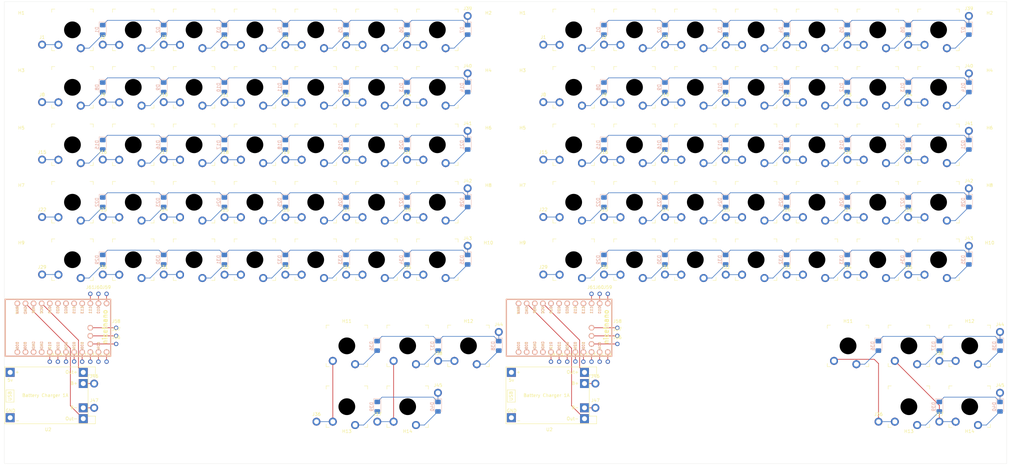
<source format=kicad_pcb>
(kicad_pcb (version 20240108) (generator "pcbnew") (generator_version "8.0")
  (layers (0 "F.Cu" signal) (31 "B.Cu" signal) (34 "B.Paste" user) (35 "F.Paste" user) (36 "B.SilkS" user "B.Silkscreen") (37 "F.SilkS" user "F.Silkscreen") (38 "B.Mask" user) (39 "F.Mask" user) (44 "Edge.Cuts" user))
  (net 0 "")
  (net 1 "Net-(D1-A)")
  (net 2 "Net-(D2-A)")
  (net 3 "Net-(D3-A)")
  (net 4 "Net-(D4-A)")
  (net 5 "Net-(D5-A)")
  (net 6 "Net-(D6-A)")
  (net 7 "Net-(D7-A)")
  (net 8 "Net-(D36-A)")
  (net 9 "Net-(D37-A)")
  (net 10 "Net-(D38-A)")
  (net 11 "Net-(D39-A)")
  (net 12 "Net-(D40-A)")
  (net 13 "Net-(D8-A)")
  (net 14 "Net-(D9-A)")
  (net 15 "Net-(D10-A)")
  (net 16 "Net-(D11-A)")
  (net 17 "Net-(D12-A)")
  (net 18 "Net-(D13-A)")
  (net 19 "Net-(D14-A)")
  (net 20 "Net-(D15-A)")
  (net 21 "Net-(D16-A)")
  (net 22 "Net-(D17-A)")
  (net 23 "Net-(D18-A)")
  (net 24 "Net-(D19-A)")
  (net 25 "Net-(D20-A)")
  (net 26 "Net-(D21-A)")
  (net 27 "Net-(D22-A)")
  (net 28 "Net-(D23-A)")
  (net 29 "Net-(D24-A)")
  (net 30 "Net-(D25-A)")
  (net 31 "Net-(D26-A)")
  (net 32 "Net-(D27-A)")
  (net 33 "Net-(D28-A)")
  (net 34 "Net-(D29-A)")
  (net 35 "Net-(D30-A)")
  (net 36 "Net-(D31-A)")
  (net 37 "Net-(D32-A)")
  (net 38 "Net-(D33-A)")
  (net 39 "Net-(D34-A)")
  (net 40 "Net-(D35-A)")
  (net 41 "Net-(J46-Pin_1)")
  (net 42 "Net-(J47-Pin_1)")
  (net 45 "VCC")
  (net 52 "GND")
  (net 58 "Net-(D1-K)")
  (net 59 "Net-(D10-K)")
  (net 60 "Net-(D15-K)")
  (net 61 "Net-(D22-K)")
  (net 62 "Net-(D29-K)")
  (net 63 "Net-(D36-K)")
  (net 64 "Net-(D39-K)")
  (net 65 "Net-(J1-Pin_1)")
  (net 66 "Net-(J2-Pin_1)")
  (net 67 "Net-(J3-Pin_1)")
  (net 68 "Net-(J4-Pin_1)")
  (net 69 "Net-(J5-Pin_1)")
  (net 70 "Net-(J6-Pin_1)")
  (net 71 "Net-(J7-Pin_1)")
  (net 72 "Net-(J8-Pin_1)")
  (net 73 "Net-(J9-Pin_1)")
  (net 74 "Net-(J10-Pin_1)")
  (net 75 "Net-(J11-Pin_1)")
  (net 76 "Net-(J12-Pin_1)")
  (net 77 "Net-(J13-Pin_1)")
  (net 78 "Net-(J14-Pin_1)")
  (net 79 "Net-(J15-Pin_1)")
  (net 80 "Net-(J16-Pin_1)")
  (net 81 "Net-(J17-Pin_1)")
  (net 82 "Net-(J18-Pin_1)")
  (net 83 "Net-(J19-Pin_1)")
  (net 84 "Net-(J20-Pin_1)")
  (net 85 "Net-(J21-Pin_1)")
  (net 86 "Net-(J22-Pin_1)")
  (net 87 "Net-(J23-Pin_1)")
  (net 88 "Net-(J24-Pin_1)")
  (net 89 "Net-(J25-Pin_1)")
  (net 90 "Net-(J26-Pin_1)")
  (net 91 "Net-(J27-Pin_1)")
  (net 92 "Net-(J28-Pin_1)")
  (net 93 "Net-(J29-Pin_1)")
  (net 94 "Net-(J30-Pin_1)")
  (net 95 "Net-(J31-Pin_1)")
  (net 96 "Net-(J32-Pin_1)")
  (net 97 "Net-(J33-Pin_1)")
  (net 98 "Net-(J34-Pin_1)")
  (net 99 "Net-(J35-Pin_1)")
  (net 100 "Net-(J36-Pin_1)")
  (net 101 "Net-(J37-Pin_1)")
  (net 102 "Net-(J38-Pin_1)")
  (net 103 "Net-(J48-Pin_1)")
  (net 104 "Net-(J49-Pin_1)")
  (net 105 "Net-(J50-Pin_1)")
  (net 106 "Net-(J51-Pin_1)")
  (net 107 "Net-(J52-Pin_1)")
  (net 108 "Net-(J53-Pin_1)")
  (net 109 "Net-(J54-Pin_1)")
  (net 110 "Net-(J55-Pin_1)")
  (net 111 "Net-(J59-Pin_1)")
  (net 112 "Net-(J60-Pin_1)")
  (net 113 "Net-(J61-Pin_1)")
  (net 114 "Net-(J56-Pin_1)")
  (net 115 "Net-(J57-Pin_1)")
  (net 116 "Net-(J58-Pin_1)")
  (footprint "Connector_PinHeader_2.54mm:PinHeader_1x01_P2.54mm_Vertical" (layer "F.Cu") (at 78.7 70.15)
    (property "Reference" "J15")
    (property "Value" "Conn_01x01_Socket")
  )
  (footprint "Assets:SW Gateron Low Profile THT" (layer "F.Cu") (at 145.36 65.51)
    (property "Reference" "SW18" (hide yes))
    (property "Value" "SW_Push" (hide yes))
  )
  (footprint "Assets:SW Gateron Low Profile THT" (layer "F.Cu") (at 321.41 101.51)
    (property "Reference" "SW33" (hide yes))
    (property "Value" "SW_Push" (hide yes))
  )
  (footprint "Assets:SW Gateron Low Profile THT" (layer "F.Cu") (at 264.26 47.51)
    (property "Reference" "SW9" (hide yes))
    (property "Value" "SW_Push" (hide yes))
  )
  (footprint "Assets:SW Gateron Low Profile THT" (layer "F.Cu") (at 126.31 47.51)
    (property "Reference" "SW10" (hide yes))
    (property "Value" "SW_Push" (hide yes))
  )
  (footprint "Assets:SW Gateron Low Profile THT" (layer "F.Cu") (at 183.46 83.51)
    (property "Reference" "SW27" (hide yes))
    (property "Value" "SW_Push" (hide yes))
  )
  (footprint "Assets:SW Gateron Low Profile THT" (layer "F.Cu") (at 302.36 65.51)
    (property "Reference" "SW18" (hide yes))
    (property "Value" "SW_Push" (hide yes))
  )
  (footprint "Connector_PinHeader_2.54mm:PinHeader_1x01_P2.54mm_Vertical" (layer "F.Cu") (at 116.8 34.15)
    (property "Reference" "J3")
    (property "Value" "Conn_01x01_Socket")
  )
  (footprint "Connector_PinHeader_2.54mm:PinHeader_1x01_P2.54mm_Vertical" (layer "F.Cu") (at 330.95 88.2)
    (property "Reference" "J27")
    (property "Value" "Conn_01x01_Socket")
  )
  (footprint "Assets:SW Gateron Low Profile THT" (layer "F.Cu") (at 183.46 65.51)
    (property "Reference" "SW20" (hide yes))
    (property "Value" "SW_Push" (hide yes))
  )
  (footprint "Connector_PinHeader_2.54mm:PinHeader_1x01_P2.54mm_Vertical" (layer "F.Cu") (at 193 52.2)
    (property "Reference" "J14")
    (property "Value" "Conn_01x01_Socket")
  )
  (footprint "Assets:SW Gateron Low Profile THT" (layer "F.Cu") (at 359.51 29.51)
    (property "Reference" "SW7" (hide yes))
    (property "Value" "SW_Push" (hide yes))
  )
  (footprint "Connector_PinHeader_2.54mm:PinHeader_1x01_P2.54mm_Vertical" (layer "F.Cu") (at 135.85 52.2)
    (property "Reference" "J11")
    (property "Value" "Conn_01x01_Socket")
  )
  (footprint "Connector_PinHeader_2.54mm:PinHeader_1x01_P2.54mm_Vertical" (layer "F.Cu") (at 311.9 52.2)
    (property "Reference" "J12")
    (property "Value" "Conn_01x01_Socket")
  )
  (footprint "Assets:SW Gateron Low Profile THT" (layer "F.Cu") (at 107.26 65.51)
    (property "Reference" "SW16" (hide yes))
    (property "Value" "SW_Push" (hide yes))
  )
  (footprint "Connector_PinHeader_2.00mm:PinHeader_1x01_P2.00mm_Vertical" (layer "F.Cu") (at 98.9 112.2)
    (property "Reference" "J59")
    (property "Value" "Conn_01x01_Socket")
  )
  (footprint "Connector_PinHeader_2.54mm:PinHeader_1x01_P2.54mm_Vertical" (layer "F.Cu") (at 135.85 88.2)
    (property "Reference" "J25")
    (property "Value" "Conn_01x01_Socket")
  )
  (footprint "Connector_PinHeader_2.54mm:PinHeader_1x01_P2.54mm_Vertical" (layer "F.Cu") (at 254.7 52.15)
    (property "Reference" "J9")
    (property "Value" "Conn_01x01_Socket")
  )
  (footprint "Assets:SW Gateron Low Profile THT" (layer "F.Cu") (at 283.31 83.51)
    (property "Reference" "SW24" (hide yes))
    (property "Value" "SW_Push" (hide yes))
  )
  (footprint "MountingHole:MountingHole_4.3mm_M4" (layer "F.Cu") (at 218.5 101.51)
    (property "Reference" "H10")
    (property "Value" "MountingHole")
  )
  (footprint "MountingHole:MountingHole_4.3mm_M4" (layer "F.Cu") (at 350.21 160.55)
    (property "Reference" "H13")
    (property "Value" "MountingHole")
  )
  (footprint "MountingHole:MountingHole_4.3mm_M4" (layer "F.Cu") (at 375.5 47.51)
    (property "Reference" "H4")
    (property "Value" "MountingHole")
  )
  (footprint "Connector_PinHeader_2.54mm:PinHeader_1x01_P2.54mm_Vertical" (layer "F.Cu") (at 202.7 143.19)
    (property "Reference" "J45")
    (property "Value" "Conn_01x01_Socket")
  )
  (footprint "Connector_PinHeader_2.00mm:PinHeader_1x01_P2.00mm_Vertical" (layer "F.Cu") (at 255.9 112.2)
    (property "Reference" "J59")
    (property "Value" "Conn_01x01_Socket")
  )
  (footprint "Assets:SW Gateron Low Profile THT" (layer "F.Cu") (at 359.51 65.51)
    (property "Reference" "SW21" (hide yes))
    (property "Value" "SW_Push" (hide yes))
  )
  (footprint "Assets:SW Gateron Low Profile THT" (layer "F.Cu") (at 350.21 147.55)
    (property "Reference" "SW39" (hide yes))
    (property "Value" "SW_Push" (hide yes))
  )
  (footprint "Connector_PinHeader_2.54mm:PinHeader_1x01_P2.54mm_Vertical" (layer "F.Cu") (at 235.7 52.15)
    (property "Reference" "J8")
    (property "Value" "Conn_01x01_Socket")
  )
  (footprint "Assets:SW Gateron Low Profile THT" (layer "F.Cu") (at 107.26 47.51)
    (property "Reference" "SW9" (hide yes))
    (property "Value" "SW_Push" (hide yes))
  )
  (footprint "Connector_PinHeader_2.54mm:PinHeader_1x01_P2.54mm_Vertical" (layer "F.Cu") (at 202.75 133.19)
    (property "Reference" "J38")
    (property "Value" "Conn_01x01_Socket")
  )
  (footprint "Connector_PinHeader_2.54mm:PinHeader_1x01_P2.54mm_Vertical" (layer "F.Cu") (at 311.9 106.2)
    (property "Reference" "J33")
    (property "Value" "Conn_01x01_Socket")
  )
  (footprint "Connector_PinHeader_2.00mm:PinHeader_1x01_P2.00mm_Vertical" (layer "F.Cu") (at 101.9 122.85)
    (property "Reference" "J58")
    (property "Value" "Conn_01x01_Socket")
  )
  (footprint "Connector_PinHeader_2.54mm:PinHeader_1x01_P2.54mm_Vertical" (layer "F.Cu") (at 135.85 34.2)
    (property "Reference" "J4")
    (property "Value" "Conn_01x01_Socket")
  )
  (footprint "Assets:SW Gateron Low Profile THT" (layer "F.Cu") (at 107.26 101.51)
    (property "Reference" "SW30" (hide yes))
    (property "Value" "SW_Push" (hide yes))
  )
  (footprint "Connector_PinHeader_2.54mm:PinHeader_1x01_P2.54mm_Vertical" (layer "F.Cu") (at 135.85 106.2)
    (property "Reference" "J32")
    (property "Value" "Conn_01x01_Socket")
  )
  (footprint "Connector_PinHeader_2.54mm:PinHeader_1x01_P2.54mm_Vertical" (layer "F.Cu") (at 254.7 34.15)
    (property "Reference" "J2")
    (property "Value" "Conn_01x01_Socket")
  )
  (footprint "Assets:SW Gateron Low Profile THT" (layer "F.Cu") (at 302.36 29.51)
    (property "Reference" "SW4" (hide yes))
    (property "Value" "SW_Push" (hide yes))
  )
  (footprint "MountingHole:MountingHole_4.3mm_M4" (layer "F.Cu") (at 72.2 101.51)
    (property "Reference" "H9")
    (property "Value" "MountingHole")
  )
  (footprint "Assets:SW Gateron Low Profile THT" (layer "F.Cu") (at 283.31 65.51)
    (property "Reference" "SW17" (hide yes))
    (property "Value" "SW_Push" (hide yes))
  )
  (footprint "Assets:SW Gateron Low Profile THT" (layer "F.Cu") (at 321.41 65.51)
    (property "Reference" "SW19" (hide yes))
    (property "Value" "SW_Push" (hide yes))
  )
  (footprint "Connector_PinHeader_2.54mm:PinHeader_1x01_P2.54mm_Vertical" (layer "F.Cu") (at 350 34.2)
    (property "Reference" "J7")
    (property "Value" "Conn_01x01_Socket")
  )
  (footprint "Connector_PinHeader_2.54mm:PinHeader_1x01_P2.54mm_Vertical" (layer "F.Cu") (at 173.95 34.2)
    (property "Reference" "J6")
    (property "Value" "Conn_01x01_Socket")
  )
  (footprint "Connector_PinHeader_2.54mm:PinHeader_1x01_P2.54mm_Vertical" (layer "F.Cu") (at 95.0125 147.9125)
    (property "Reference" "J47")
    (property "Value" "Conn_01x01_Socket")
  )
  (footprint "Assets:SW Gateron Low Profile THT" (layer "F.Cu") (at 264.26 83.51)
    (property "Reference" "SW23" (hide yes))
    (property "Value" "SW_Push" (hide yes))
  )
  (footprint "Assets:Nice Nano" (layer "F.Cu") (at 241.9205 122.8205)
    (property "Reference" "U1" (hide yes))
    (property "Value" "nice_nano" (hide yes))
  )
  (footprint "Connector_PinHeader_2.54mm:PinHeader_1x01_P2.54mm_Vertical" (layer "F.Cu") (at 350 52.2)
    (property "Reference" "J14")
    (property "Value" "Conn_01x01_Socket")
  )
  (footprint "Connector_PinHeader_2.54mm:PinHeader_1x01_P2.54mm_Vertical" (layer "F.Cu") (at 193 106.2)
    (property "Reference" "J35")
    (property "Value" "Conn_01x01_Socket")
  )
  (footprint "Assets:SW Gateron Low Profile THT" (layer "F.Cu") (at 88.21 101.51)
    (property "Reference" "SW29" (hide yes))
    (property "Value" "SW_Push" (hide yes))
  )
  (footprint "Assets:SW Gateron Low Profile THT" (layer "F.Cu") (at 202.51 47.51)
    (property "Reference" "SW14" (hide yes))
    (property "Value" "SW_Push" (hide yes))
  )
  (footprint "Connector_PinHeader_2.00mm:PinHeader_1x01_P2.00mm_Vertical" (layer "F.Cu") (at 250.8 112.2)
    (property "Reference" "J61")
    (property "Value" "Conn_01x01_Socket")
  )
  (footprint "Connector_PinHeader_2.54mm:PinHeader_1x01_P2.54mm_Vertical" (layer "F.Cu") (at 369 97.15)
    (property "Reference" "J43")
    (property "Value" "Conn_01x01_Socket")
  )
  (footprint "Connector_PinHeader_2.54mm:PinHeader_1x01_P2.54mm_Vertical" (layer "F.Cu") (at 292.85 52.2)
    (property "Reference" "J11")
    (property "Value" "Conn_01x01_Socket")
  )
  (footprint "Assets:SW Gateron Low Profile THT" (layer "F.Cu") (at 164.41 65.51)
    (property "Reference" "SW19" (hide yes))
    (property "Value" "SW_Push" (hide yes))
  )
  (footprint "MountingHole:MountingHole_4.3mm_M4" (layer "F.Cu") (at 331.16 115.45 180)
    (property "Reference" "H11")
    (property "Value" "MountingHole")
  )
  (footprint "Connector_PinHeader_2.00mm:PinHeader_1x01_P2.00mm_Vertical" (layer "F.Cu") (at 238.1 133.45)
    (property "Reference" "J48")
    (property "Value" "Conn_01x01_Socket")
  )
  (footprint "Assets:SW Gateron Low Profile THT" (layer "F.Cu") (at 340.46 101.51)
    (property "Reference" "SW34" (hide yes))
    (property "Value" "SW_Push" (hide yes))
  )
  (footprint "Connector_PinHeader_2.54mm:PinHeader_1x01_P2.54mm_Vertical" (layer "F.Cu") (at 350 70.2)
    (property "Reference" "J21")
    (property "Value" "Conn_01x01_Socket")
  )
  (footprint "Connector_PinHeader_2.54mm:PinHeader_1x01_P2.54mm_Vertical" (layer "F.Cu") (at 235.7 106.15)
    (property "Reference" "J29")
    (property "Value" "Conn_01x01_Socket")
  )
  (footprint "Assets:SW Gateron Low Profile THT" (layer "F.Cu") (at 340.46 47.51)
    (property "Reference" "SW13" (hide yes))
    (property "Value" "SW_Push" (hide yes))
  )
  (footprint "Assets:SW Gateron Low Profile THT" (layer "F.Cu") (at 340.46 29.51)
    (property "Reference" "SW6" (hide yes))
    (property "Value" "SW_Push" (hide yes))
  )
  (footprint "Connector_PinHeader_2.00mm:PinHeader_1x01_P2.00mm_Vertical" (layer "F.Cu") (at 98.9 133.45)
    (property "Reference" "J55")
    (property "Value" "Conn_01x01_Socket")
  )
  (footprint "Connector_PinHeader_2.00mm:PinHeader_1x01_P2.00mm_Vertical" (layer "F.Cu") (at 250.8 133.45)
    (property "Reference" "J53")
    (property "Value" "Conn_01x01_Socket")
  )
  (footprint "Connector_PinHeader_2.54mm:PinHeader_1x01_P2.54mm_Vertical" (layer "F.Cu") (at 311.9 70.2)
    (property "Reference" "J19")
    (property "Value" "Conn_01x01_Socket")
  )
  (footprint "MountingHole:MountingHole_4.3mm_M4" (layer "F.Cu") (at 72.2 65.51)
    (property "Reference" "H5")
    (property "Value" "MountingHole")
  )
  (footprint "Connector_PinHeader_2.54mm:PinHeader_1x01_P2.54mm_Vertical" (layer "F.Cu") (at 254.7 70.15)
    (property "Reference" "J16")
    (property "Value" "Conn_01x01_Socket")
  )
  (footprint "Connector_PinHeader_2.00mm:PinHeader_1x01_P2.00mm_Vertical" (layer "F.Cu") (at 93.8 112.2)
    (property "Reference" "J61")
    (property "Value" "Conn_01x01_Socket")
  )
  (footprint "MountingHole:MountingHole_4.3mm_M4" (layer "F.Cu") (at 229.2 101.51)
    (property "Reference" "H9")
    (property "Value" "MountingHole")
  )
  (footprint "Assets:SW Gateron Low Profile THT" (layer "F.Cu") (at 183.46 47.51)
    (property "Reference" "SW13" (hide yes))
    (property "Value" "SW_Push" (hide yes))
  )
  (footprint "Connector_PinHeader_2.54mm:PinHeader_1x01_P2.54mm_Vertical" (layer "F.Cu") (at 78.7 34.15)
    (property "Reference" "J1")
    (property "Value" "Conn_01x01_Socket")
  )
  (footprint "Assets:SW Gateron Low Profile THT" (layer "F.Cu") (at 212.26 128.5)
    (property "Reference" "SW38" (hide yes))
    (property "Value" "SW_Push" (hide yes))
  )
  (footprint "Assets:SW Gateron Low Profile THT" (layer "F.Cu") (at 350.21 128.5)
    (property "Reference" "SW37" (hide yes))
    (property "Value" "SW_Push" (hide yes))
  )
  (footprint "Connector_PinHeader_2.00mm:PinHeader_1x01_P2.00mm_Vertical" (layer "F.Cu") (at 101.9 125.35)
    (property "Reference" "J57")
    (property "Value" "Conn_01x01_Socket")
  )
  (footprint "MountingHole:MountingHole_4.3mm_M4" (layer "F.Cu") (at 229.2 47.51)
    (property "Reference" "H3")
    (property "Value" "MountingHole")
  )
  (footprint "Assets:SW Gateron Low Profile THT" (layer "F.Cu") (at 302.36 47.51)
    (property "Reference" "SW11" (hide yes))
    (property "Value" "SW_Push" (hide yes))
  )
  (footprint "Assets:SW Gateron Low Profile THT" (layer "F.Cu") (at 88.21 47.51)
    (property "Reference" "SW8" (hide yes))
    (property "Value" "SW_Push" (hide yes))
  )
  (footprint "Connector_PinHeader_2.54mm:PinHeader_1x01_P2.54mm_Vertical" (layer "F.Cu") (at 212 79.15)
    (property "Reference" "J42")
    (property "Value" "Conn_01x01_Socket")
  )
  (footprint "Assets:SW Gateron Low Profile THT" (layer "F.Cu") (at 331.16 128.5)
    (property "Reference" "SW36" (hide yes))
    (property "Value" "SW_Push" (hide yes))
  )
  (footprint "Assets:SW Gateron Low Profile THT" (layer "F.Cu") (at 145.36 83.51)
    (property "Reference" "SW25" (hide yes))
    (property "Value" "SW_Push" (hide yes))
  )
  (footprint "Connector_PinHeader_2.54mm:PinHeader_1x01_P2.54mm_Vertical" (layer "F.Cu") (at 340.7 152.24)
    (property "Reference" "J36")
    (property "Value" "Conn_01x01_Socket")
  )
  (footprint "Connector_PinHeader_2.54mm:PinHeader_1x01_P2.54mm_Vertical" (layer "F.Cu") (at 330.95 52.2)
    (property "Reference" "J13")
    (property "Value" "Conn_01x01_Socket")
  )
  (footprint "Connector_PinHeader_2.54mm:PinHeader_1x01_P2.54mm_Vertical" (layer "F.Cu") (at 273.8 52.15)
    (property "Reference" "J10")
    (property "Value" "Conn_01x01_Socket")
  )
  (footprint "Connector_PinHeader_2.54mm:PinHeader_1x01_P2.54mm_Vertical" (layer "F.Cu") (at 273.8 88.15)
    (property "Reference" "J24")
    (property "Value" "Conn_01x01_Socket")
  )
  (footprint "Connector_PinHeader_2.00mm:PinHeader_1x01_P2.00mm_Vertical" (layer "F.Cu") (at 248.25 133.45)
    (property "Reference" "J52")
    (property "Value" "Conn_01x01_Socket")
  )
  (footprint "Assets:SW Gateron Low Profile THT" (layer "F.Cu") (at 245.21 65.51)
    (property "Reference" "SW15" (hide yes))
    (property "Value" "SW_Push" (hide yes))
  )
  (footprint "Connector_PinHeader_2.54mm:PinHeader_1x01_P2.54mm_Vertical" (layer "F.Cu") (at 330.95 106.2)
    (property "Reference" "J34")
    (property "Value" "Conn_01x01_Socket")
  )
  (footprint "MountingHole:MountingHole_4.3mm_M4" (layer "F.Cu") (at 375.5 65.51)
    (property "Reference" "H6")
    (property "Value" "MountingHole")
  )
  (footprint "Connector_PinHeader_2.54mm:PinHeader_1x01_P2.54mm_Vertical" (layer "F.Cu") (at 78.7 88.15)
    (property "Reference" "J22")
    (property "Value" "Conn_01x01_Socket")
  )
  (footprint "Connector_PinHeader_2.54mm:PinHeader_1x01_P2.54mm_Vertical" (layer "F.Cu") (at 273.8 34.15)
    (property "Reference" "J3")
    (property "Value" "Conn_01x01_Socket")
  )
  (footprint "MountingHole:MountingHole_4.3mm_M4" (layer "F.Cu") (at 174.16 115.45 180)
    (property "Reference" "H11")
    (property "Value" "MountingHole")
  )
  (footprint "MountingHole:MountingHole_4.3mm_M4" (layer "F.Cu") (at 218.5 83.51)
    (property "Reference" "H8")
    (property "Value" "MountingHole")
  )
  (footprint "Connector_PinHeader_2.54mm:PinHeader_1x01_P2.54mm_Vertical" (layer "F.Cu") (at 350 106.2)
    (property "Reference" "J35")
    (property "Value" "Conn_01x01_Socket")
  )
  (footprint "Connector_PinHeader_2.00mm:PinHeader_1x01_P2.00mm_Vertical" (layer "F.Cu") (at 83.65 133.45)
    (property "Reference" "J49")
    (property "Value" "Conn_01x01_Socket")
  )
  (footprint "Connector_PinHeader_2.54mm:PinHeader_1x01_P2.54mm_Vertical" (layer "F.Cu") (at 273.8 106.15)
    (property "Reference" "J31")
    (property "Value" "Conn_01x01_Socket")
  )
  (footprint "Connector_PinHeader_2.00mm:PinHeader_1x01_P2.00mm_Vertical" (layer "F.Cu") (at 243.2 133.45)
    (property "Reference" "J50")
    (property "Value" "Conn_01x01_Socket")
  )
  (footprint "Connector_PinHeader_2.00mm:PinHeader_1x01_P2.00mm_Vertical" (layer "F.Cu") (at 258.9 127.9)
    (property "Reference" "J56")
    (property "Value" "Conn_01x01_Socket")
  )
  (footprint "Connector_PinHeader_2.54mm:PinHeader_1x01_P2.54mm_Vertical" (layer "F.Cu") (at 97.7 34.15)
    (property "Reference" "J2")
    (property "Value" "Conn_01x01_Socket")
  )
  (footprint "Connector_PinHeader_2.54mm:PinHeader_1x01_P2.54mm_Vertical" (layer "F.Cu") (at 369 43.15)
    (property "Reference" "J40")
    (property "Value" "Conn_01x01_Socket")
  )
  (footprint "Connector_PinHeader_2.54mm:PinHeader_1x01_P2.54mm_Vertical" (layer "F.Cu") (at 97.7 52.15)
    (property "Reference" "J9")
    (property "Value" "Conn_01x01_Socket")
  )
  (footprint "Assets:SW Gateron Low Profile THT" (layer "F.Cu") (at 321.41 83.51)
    (property "Reference" "SW26" (hide yes))
    (property "Value" "SW_Push" (hide yes))
  )
  (footprint "Connector_PinHeader_2.54mm:PinHeader_1x01_P2.54mm_Vertical" (layer "F.Cu") (at 78.7 106.15)
    (property "Reference" "J29")
    (property "Value" "Conn_01x01_Socket")
  )
  (footprint "Connector_PinHeader_2.00mm:PinHeader_1x01_P2.00mm_Vertical" (layer "F.Cu") (at 86.2 133.45)
    (property "Reference" "J50")
    (property "Value" "Conn_01x01_Socket")
  )
  (footprint "Assets:SW Gateron Low Profile THT" (layer "F.Cu") (at 164.41 29.51)
    (property "Reference" "SW5" (hide yes))
    (property "Value" "SW_Push" (hide yes))
  )
  (footprint "Assets:SW Gateron Low Profile THT" (layer "F.Cu") (at 359.51 83.51)
    (property "Reference" "SW28" (hide yes))
    (property "Value" "SW_Push" (hide yes))
  )
  (footprint "Connector_PinHeader_2.54mm:PinHeader_1x01_P2.54mm_Vertical" (layer "F.Cu") (at 116.8 88.15)
    (property "Reference" "J24")
    (property "Value" "Conn_01x01_Socket")
  )
  (footprint "Assets:SW Gateron Low Profile THT" (layer "F.Cu") (at 245.21 29.51)
    (property "Reference" "SW1" (hide yes))
    (property "Value" "SW_Push" (hide yes))
  )
  (footprint "Connector_PinHeader_2.00mm:PinHeader_1x01_P2.00mm_Vertical" (layer "F.Cu") (at 101.9 127.9)
    (property "Reference" "J56")
    (property "Value" "Conn_01x01_Socket")
  )
  (footprint "Connector_PinHeader_2.54mm:PinHeader_1x01_P2.54mm_Vertical" (layer "F.Cu") (at 235.7 34.15)
    (property "Reference" "J1")
    (property "Value" "Conn_01x01_Socket")
  )
  (footprint "Assets:SW Gateron Low Profile THT" (layer "F.Cu") (at 321.41 47.51)
    (property "Reference" "SW12" (hide yes))
    (property "Value" "SW_Push" (hide yes))
  )
  (footprint "Connector_PinHeader_2.54mm:PinHeader_1x01_P2.54mm_Vertical" (layer "F.Cu") (at 95.0125 140.3125)
    (property "Reference" "J46")
    (property "Value" "Conn_01x01_Socket")
  )
  (footprint "Connector_PinHeader_2.54mm:PinHeader_1x01_P2.54mm_Vertical" (layer "F.Cu") (at 359.75 133.19)
    (property "Reference" "J38")
    (property "Value" "Conn_01x01_Socket")
  )
  (footprint "Assets:SW Gateron Low Profile THT" (layer "F.Cu") (at 264.26 29.51)
    (property "Reference" "SW2" (hide yes))
    (property "Value" "SW_Push" (hide yes))
  )
  (footprint "Connector_PinHeader_2.00mm:PinHeader_1x01_P2.00mm_Vertical" (layer "F.Cu") (at 93.8 133.45)
    (property "Reference" "J53")
    (property "Value" "Conn_01x01_Socket")
  )
  (footprint "Assets:SW Gateron Low Profile THT" (layer "F.Cu") (at 302.36 83.51)
    (property "Reference" "SW25" (hide yes))
    (property "Value" "SW_Push" (hide yes))
  )
  (footprint "Connector_PinHeader_2.54mm:PinHeader_1x01_P2.54mm_Vertical" (layer "F.Cu") (at 116.8 70.15)
    (property "Reference" "J17")
    (property "Value" "Conn_01x01_Socket")
  )
  (footprint "Assets:SW Gateron Low Profile THT" (layer "F.Cu") (at 245.21 47.51)
    (property "Reference" "SW8" (hide yes))
    (property "Value" "SW_Push" (hide yes))
  )
  (footprint "Assets:SW Gateron Low Profile THT" (layer "F.Cu") (at 302.36 101.51)
    (property "Reference" "SW32" (hide yes))
    (property "Value" "SW_Push" (hide yes))
  )
  (footprint "Assets:SW Gateron Low Profile THT" (layer "F.Cu") (at 145.36 29.51)
    (property "Reference" "SW4" (hide yes))
    (property "Value" "SW_Push" (hide yes))
  )
  (footprint "Assets:SW Gateron Low Profile THT" (layer "F.Cu") (at 88.21 83.51)
    (property "Reference" "SW22" (hide yes))
    (property "Value" "SW_Push" (hide yes))
  )
  (footprint "MountingHole:MountingHole_4.3mm_M4" (layer "F.Cu") (at 369.26 160.55)
    (property "Reference" "H14")
    (property "Value" "MountingHole")
  )
  (footprint "Connector_PinHeader_2.54mm:PinHeader_1x01_P2.54mm_Vertical" (layer "F.Cu") (at 235.7 88.15)
    (property "Reference" "J22")
    (property "Value" "Conn_01x01_Socket")
  )
  (footprint "Connector_PinHeader_2.54mm:PinHeader_1x01_P2.54mm_Vertical" (layer "F.Cu") (at 154.9 70.2)
    (property "Reference" "J19")
    (property "Value" "Conn_01x01_Socket")
  )
  (footprint "Connector_PinHeader_2.54mm:PinHeader_1x01_P2.54mm_Vertical" (layer "F.Cu") (at 193 34.2)
    (property "Reference" "J7")
    (property "Value" "Conn_01x01_Socket")
  )
  (footprint "Connector_PinHeader_2.54mm:PinHeader_1x01_P2.54mm_Vertical" (layer "F.Cu") (at 154.9 106.2)
    (property "Reference" "J33")
    (property "Value" "Conn_01x01_Socket")
  )
  (footprint "MountingHole:MountingHole_4.3mm_M4" (layer "F.Cu") (at 212.26 115.45 180)
    (property "Reference" "H12")
    (property "Value" "MountingHole")
  )
  (footprint "Connector_PinHeader_2.00mm:PinHeader_1x01_P2.00mm_Vertical" (layer "F.Cu") (at 258.9 125.35)
    (property "Reference" "J57")
    (property "Value" "Conn_01x01_Socket")
  )
  (footprint "Assets:SW Gateron Low Profile THT" (layer "F.Cu") (at 126.31 65.51)
    (property "Reference" "SW17" (hide yes))
    (property "Value" "SW_Push" (hide yes))
  )
  (footprint "Assets:SW Gateron Low Profile THT" (layer "F.Cu") (at 245.21 101.51)
    (property "Reference" "SW29" (hide yes))
    (property "Value" "SW_Push" (hide yes))
  )
  (footprint "Connector_PinHeader_2.54mm:PinHeader_1x01_P2.54mm_Vertical" (layer "F.Cu") (at 97.7 88.15)
    (property "Reference" "J23")
    (property "Value" "Conn_01x01_Socket")
  )
  (footprint "Assets:SW Gateron Low Profile THT" (layer "F.Cu") (at 88.21 29.51)
    (property "Reference" "SW1" (hide yes))
    (property "Value" "SW_Push" (hide yes))
  )
  (footprint "MountingHole:MountingHole_4.3mm_M4" (layer "F.Cu") (at 375.5 29.51)
    (property "Reference" "H2")
    (property "Value" "MountingHole")
  )
  (footprint "MountingHole:MountingHole_4.3mm_M4" (layer "F.Cu") (at 193.21 160.55)
    (property "Reference" "H14")
    (property "Value" "MountingHole")
  )
  (footprint "Assets:SW Gateron Low Profile THT" (layer "F.Cu") (at 164.41 101.51)
    (property "Reference" "SW33" (hide yes))
    (property "Value" "SW_Push" (hide yes))
  )
  (footprint "Connector_PinHeader_2.54mm:PinHeader_1x01_P2.54mm_Vertical" (layer "F.Cu") (at 173.95 70.2)
    (property "Reference" "J20")
    (property "Value" "Conn_01x01_Socket")
  )
  (footprint "Assets:SW Gateron Low Profile THT" (layer "F.Cu") (at 340.46 83.51)
    (property "Reference" "SW27" (hide yes))
    (property "Value" "SW_Push" (hide yes))
  )
  (footprint "Assets:SW Gateron Low Profile THT" (layer "F.Cu") (at 359.51 101.51)
    (property "Reference" "SW35" (hide yes))
    (property "Value" "SW_Push" (hide yes))
  )
  (footprint "MountingHole:MountingHole_4.3mm_M4" (layer "F.Cu") (at 229.2 65.51)
    (property "Reference" "H5")
    (property "Value" "MountingHole")
  )
  (footprint "Connector_PinHeader_2.54mm:PinHeader_1x01_P2.54mm_Vertical" (layer "F.Cu") (at 292.85 34.2)
    (property "Reference" "J4")
    (property "Value" "Conn_01x01_Socket")
  )
  (footprint "MountingHole:MountingHole_4.3mm_M4" (layer "F.Cu") (at 375.5 101.51)
    (property "Reference" "H10")
    (property "Value" "MountingHole")
  )
  (footprint "Assets:SW Gateron Low Profile THT" (layer "F.Cu") (at 193.21 147.55)
    (property "Reference" "SW40" (hide yes))
    (property "Value" "SW_Push" (hide yes))
  )
  (footprint "Assets:SW Gateron Low Profile THT" (layer "F.Cu") (at 174.16 147.55)
    (property "Reference" "SW39" (hide yes))
    (property "Value" "SW_Push" (hide yes))
  )
  (footprint "Assets:SW Gateron Low Profile THT" (layer "F.Cu") (at 202.51 29.51)
    (property "Reference" "SW7" (hide yes))
    (property "Value" "SW_Push" (hide yes))
  )
  (footprint "Assets:SW Gateron Low Profile THT" (layer "F.Cu") (at 183.46 29.51)
    (property "Reference" "SW6" (hide yes))
    (property "Value" "SW_Push" (hide yes))
  )
  (footprint "MountingHole:MountingHole_4.3mm_M4" (layer "F.Cu") (at 218.5 65.51)
    (property "Reference" "H6")
    (property "Value" "MountingHole")
  )
  (footprint "Assets:SW Gateron Low Profile THT" (layer "F.Cu") (at 264.26 65.51)
    (property "Reference" "SW16" (hide yes))
    (property "Value" "SW_Push" (hide yes))
  )
  (footprint "Connector_PinHeader_2.00mm:PinHeader_1x01_P2.00mm_Vertical" (layer "F.Cu") (at 88.75 133.4)
    (property "Reference" "J51")
    (property "Value" "Conn_01x01_Socket")
  )
  (footprint "Connector_PinHeader_2.54mm:PinHeader_1x01_P2.54mm_Vertical" (layer "F.Cu") (at 97.7 106.15)
    (property "Reference" "J30")
    (property "Value" "Conn_01x01_Socket")
  )
  (footprint "Connector_PinHeader_2.00mm:PinHeader_1x01_P2.00mm_Vertical" (layer "F.Cu") (at 258.9 122.85)
    (property "Reference" "J58")
    (property "Value" "Conn_01x01_Socket")
  )
  (footprint "Connector_PinHeader_2.54mm:PinHeader_1x01_P2.54mm_Vertical" (layer "F.Cu") (at 369 25.15)
    (property "Reference" "J39")
    (property "Value" "Conn_01x01_Socket")
  )
  (footprint "MountingHole:MountingHole_4.3mm_M4" (layer "F.Cu") (at 218.5 29.51)
    (property "Reference" "H2")
    (property "Value" "MountingHole")
  )
  (footprint "Assets:TP4056 18650" (layer "F.Cu") (at 67 135.1)
    (property "Reference" "U2")
    (property "Value" "~")
  )
  (footprint "Connector_PinHeader_2.54mm:PinHeader_1x01_P2.54mm_Vertical" (layer "F.Cu") (at 212 61.15)
    (property "Reference" "J41")
    (property "Value" "Conn_01x01_Socket")
  )
  (footprint "Connector_PinHeader_2.54mm:PinHeader_1x01_P2.54mm_Vertical" (layer "F.Cu") (at 116.8 106.15)
    (property "Reference" "J31")
    (property "Value" "Conn_01x01_Socket")
  )
  (footprint "Connector_PinHeader_2.00mm:PinHeader_1x01_P2.00mm_Vertical" (layer "F.Cu") (at 245.75 133.4)
    (property "Reference" "J51")
    (property "Value" "Conn_01x01_Socket")
  )
  (footprint "Connector_PinHeader_2.54mm:PinHeader_1x01_P2.54mm_Vertical" (layer "F.Cu") (at 359.75 152.24)
    (property "Reference" "J37")
    (property "Value" "Conn_01x01_Socket")
  )
  (footprint "Connector_PinHeader_2.54mm:PinHeader_1x01_P2.54mm_Vertical" (layer "F.Cu") (at 97.7 70.15)
    (property "Reference" "J16")
    (property "Value" "Conn_01x01_Socket")
  )
  (footprint "Connector_PinHeader_2.54mm:PinHeader_1x01_P2.54mm_Vertical" (layer "F.Cu") (at 311.9 34.2)
    (property "Reference" "J5")
    (property "Value" "Conn_01x01_Socket")
  )
  (footprint "Assets:SW Gateron Low Profile THT" (layer "F.Cu") (at 283.31 47.51)
    (property "Reference" "SW10" (hide yes))
    (property "Value" "SW_Push" (hide yes))
  )
  (footprint "Connector_PinHeader_2.54mm:PinHeader_1x01_P2.54mm_Vertical" (layer "F.Cu") (at 183.7 152.24)
    (property "Reference" "J37")
    (property "Value" "Conn_01x01_Socket")
  )
  (footprint "Assets:SW Gateron Low Profile THT" (layer "F.Cu") (at 126.31 101.51)
    (property "Reference" "SW31" (hide yes))
    (property "Value" "SW_Push" (hide yes))
  )
  (footprint "MountingHole:MountingHole_4.3mm_M4" (layer "F.Cu") (at 72.2 83.51)
    (property "Reference" "H7")
    (property "Value" "MountingHole")
  )
  (footprint "Assets:SW Gateron Low Profile THT" (layer "F.Cu") (at 340.46 65.51)
    (property "Reference" "SW20" (hide yes))
    (property "Value" "SW_Push" (hide yes))
  )
  (footprint "MountingHole:MountingHole_4.3mm_M4" (layer "F.Cu") (at 229.2 29.51)
    (property "Reference" "H1")
    (property "Value" "MountingHole")
  )
  (footprint "Connector_PinHeader_2.54mm:PinHeader_1x01_P2.54mm_Vertical" (layer "F.Cu") (at 311.9 88.2)
    (property "Reference" "J26")
    (property "Value" "Conn_01x01_Socket")
  )
  (footprint "Connector_PinHeader_2.54mm:PinHeader_1x01_P2.54mm_Vertical" (layer "F.Cu") (at 330.95 70.2)
    (property "Reference" "J20")
    (property "Value" "Conn_01x01_Socket")
  )
  (footprint "MountingHole:MountingHole_4.3mm_M4" (layer "F.Cu") (at 218.5 47.51)
    (property "Reference" "H4")
    (property "Value" "MountingHole")
  )
  (footprint "Assets:TP4056 18650" (layer "F.Cu") (at 224 135.1)
    (property "Reference" "U2")
    (property "Value" "~")
  )
  (footprint "MountingHole:MountingHole_4.3mm_M4" (layer "F.Cu") (at 375.5 83.51)
    (property "Reference" "H8")
    (property "Value" "MountingHole")
  )
  (footprint "Connector_PinHeader_2.54mm:PinHeader_1x01_P2.54mm_Vertical" (layer "F.Cu") (at 252.0125 140.3125)
    (property "Reference" "J46")
    (property "Value" "Conn_01x01_Socket")
  )
  (footprint "Connector_PinHeader_2.54mm:PinHeader_1x01_P2.54mm_Vertical" (layer "F.Cu") (at 254.7 88.15)
    (property "Reference" "J23")
    (property "Value" "Conn_01x01_Socket")
  )
  (footprint "Assets:SW Gateron Low Profile THT" (layer "F.Cu") (at 126.31 29.51)
    (property "Reference" "SW3" (hide yes))
    (property "Value" "SW_Push" (hide yes))
  )
  (footprint "MountingHole:MountingHole_4.3mm_M4" (layer "F.Cu") (at 72.2 47.51)
    (property "Reference" "H3")
    (property "Value" "MountingHole")
  )
  (footprint "Connector_PinHeader_2.54mm:PinHeader_1x01_P2.54mm_Vertical" (layer "F.Cu") (at 78.7 52.15)
    (property "Reference" "J8")
    (property "Value" "Conn_01x01_Socket")
  )
  (footprint "Assets:SW Gateron Low Profile THT" (layer "F.Cu") (at 164.41 83.51)
    (property "Reference" "SW26" (hide yes))
    (property "Value" "SW_Push" (hide yes))
  )
  (footprint "Assets:SW Gateron Low Profile THT" (layer "F.Cu") (at 264.26 101.51)
    (property "Reference" "SW30" (hide yes))
    (property "Value" "SW_Push" (hide yes))
  )
  (footprint "Connector_PinHeader_2.54mm:PinHeader_1x01_P2.54mm_Vertical" (layer "F.Cu") (at 193 88.2)
    (property "Reference" "J28")
    (property "Value" "Conn_01x01_Socket")
  )
  (footprint "Connector_PinHeader_2.54mm:PinHeader_1x01_P2.54mm_Vertical" (layer "F.Cu") (at 252.0125 147.9125)
    (property "Reference" "J47")
    (property "Value" "Conn_01x01_Socket")
  )
  (footprint "Connector_PinHeader_2.54mm:PinHeader_1x01_P2.54mm_Vertical" (layer "F.Cu") (at 173.95 106.2)
    (property "Reference" "J34")
    (property "Value" "Conn_01x01_Socket")
  )
  (footprint "Assets:SW Gateron Low Profile THT" (layer "F.Cu") (at 107.26 29.51)
    (property "Reference" "SW2" (hide yes))
    (property "Value" "SW_Push" (hide yes))
  )
  (footprint "Assets:SW Gateron Low Profile THT" (layer "F.Cu") (at 202.51 101.51)
    (property "Reference" "SW35" (hide yes))
    (property "Value" "SW_Push" (hide yes))
  )
  (footprint "Connector_PinHeader_2.54mm:PinHeader_1x01_P2.54mm_Vertical" (layer "F.Cu") (at 154.9 34.2)
    (property "Reference" "J5")
    (property "Value" "Conn_01x01_Socket")
  )
  (footprint "Assets:SW Gateron Low Profile THT" (layer "F.Cu") (at 245.21 83.51)
    (property "Reference" "SW22" (hide yes))
    (property "Value" "SW_Push" (hide yes))
  )
  (footprint "Connector_PinHeader_2.54mm:PinHeader_1x01_P2.54mm_Vertical" (layer "F.Cu") (at 164.65 152.24)
    (property "Reference" "J36")
    (property "Value" "Conn_01x01_Socket")
  )
  (footprint "MountingHole:MountingHole_4.3mm_M4" (layer "F.Cu") (at 72.2 29.51)
    (property "Reference" "H1")
    (property "Value" "MountingHole")
  )
  (footprint "Connector_PinHeader_2.54mm:PinHeader_1x01_P2.54mm_Vertical" (layer "F.Cu") (at 378.75 143.19)
    (property "Reference" "J45")
    (property "Value" "Conn_01x01_Socket")
  )
  (footprint "MountingHole:MountingHole_4.3mm_M4" (layer "F.Cu") (at 369.26 115.45 180)
    (property "Reference" "H12")
    (property "Value" "MountingHole")
  )
  (footprint "Connector_PinHeader_2.00mm:PinHeader_1x01_P2.00mm_Vertical" (layer "F.Cu") (at 96.35 112.2)
    (property "Reference" "J60")
    (property "Value" "Conn_01x01_Socket")
  )
  (footprint "Connector_PinHeader_2.54mm:PinHeader_1x01_P2.54mm_Vertical" (layer "F.Cu") (at 330.95 34.2)
    (property "Reference" "J6")
    (property "Value" "Conn_01x01_Socket")
  )
  (footprint "Assets:SW Gateron Low Profile THT" (layer "F.Cu") (at 145.36 101.51)
    (property "Reference" "SW32" (hide yes))
    (property "Value" "SW_Push" (hide yes))
  )
  (footprint "Connector_PinHeader_2.54mm:PinHeader_1x01_P2.54mm_Vertical" (layer "F.Cu") (at 292.85 106.2)
    (property "Reference" "J32")
    (property "Value" "Conn_01x01_Socket")
  )
  (footprint "Assets:SW Gateron Low Profile THT" (layer "F.Cu") (at 369.26 128.5)
    (property "Reference" "SW38" (hide yes))
    (property "Value" "SW_Push" (hide yes))
  )
  (footprint "Connector_PinHeader_2.54mm:PinHeader_1x01_P2.54mm_Vertical" (layer "F.Cu") (at 273.8 70.15)
    (property "Reference" "J17")
    (property "Value" "Conn_01x01_Socket")
  )
  (footprint "MountingHole:MountingHole_4.3mm_M4" (layer "F.Cu") (at 174.16 160.55)
    (property "Reference" "H13")
    (property "Value" "MountingHole")
  )
  (footprint "Connector_PinHeader_2.54mm:PinHeader_1x01_P2.54mm_Vertical" (layer "F.Cu") (at 350 88.2)
    (property "Reference" "J28")
    (property "Value" "Conn_01x01_Socket")
  )
  (footprint "Connector_PinHeader_2.00mm:PinHeader_1x01_P2.00mm_Vertical" (layer "F.Cu") (at 255.9 133.45)
    (property "Reference" "J55")
    (property "Value" "Conn_01x01_Socket")
  )
  (footprint "Assets:SW Gateron Low Profile THT" (layer "F.Cu") (at 321.41 29.51)
    (property "Reference" "SW5" (hide yes))
    (property "Value" "SW_Push" (hide yes))
  )
  (footprint "Connector_PinHeader_2.00mm:PinHeader_1x01_P2.00mm_Vertical" (layer "F.Cu") (at 96.35 133.45)
    (property "Reference" "J54")
    (property "Value" "Conn_01x01_Socket")
  )
  (footprint "Assets:SW Gateron Low Profile THT" (layer "F.Cu") (at 126.31 83.51)
    (property "Reference" "SW24" (hide yes))
    (property "Value" "SW_Push" (hide yes))
  )
  (footprint "Assets:Nice Nano" (layer "F.Cu") (at 84.9205 122.8205)
    (property "Reference" "U1" (hide yes))
    (property "Value" "nice_nano" (hide yes))
  )
  (footprint "Connector_PinHeader_2.54mm:PinHeader_1x01_P2.54mm_Vertical" (layer "F.Cu") (at 212 25.15)
    (property "Reference" "J39")
    (property "Value" "Conn_01x01_Socket")
  )
  (footprint "Assets:SW Gateron Low Profile THT" (layer "F.Cu") (at 183.46 101.51)
    (property "Reference" "SW34" (hide yes))
    (property "Value" "SW_Push" (hide yes))
  )
  (footprint "Assets:SW Gateron Low Profile THT" (layer "F.Cu") (at 88.21 65.51)
    (property "Reference" "SW15" (hide yes))
    (property "Value" "SW_Push" (hide yes))
  )
  (footprint "Assets:SW Gateron Low Profile THT" (layer "F.Cu") (at 164.41 47.51)
    (property "Reference" "SW12" (hide yes))
    (property "Value" "SW_Push" (hide yes))
  )
  (footprint "Assets:SW Gateron Low Profile THT" (layer "F.Cu") (at 202.51 83.51)
    (property "Reference" "SW28" (hide yes))
    (property "Value" "SW_Push" (hide yes))
  )
  (footprint "Assets:SW Gateron Low Profile THT" (layer "F.Cu") (at 193.21 128.5)
    (property "Reference" "SW37" (hide yes))
    (property "Value" "SW_Push" (hide yes))
  )
  (footprint "Connector_PinHeader_2.00mm:PinHeader_1x01_P2.00mm_Vertical" (layer "F.Cu") (at 91.25 133.45)
    (property "Reference" "J52")
    (property "Value" "Conn_01x01_Socket")
  )
  (footprint "Connector_PinHeader_2.54mm:PinHeader_1x01_P2.54mm_Vertical" (layer "F.Cu") (at 173.95 52.2)
    (property "Reference" "J13")
    (property "Value" "Conn_01x01_Socket")
  )
  (footprint "Connector_PinHeader_2.54mm:PinHeader_1x01_P2.54mm_Vertical" (layer "F.Cu") (at 135.85 70.2)
    (property "Reference" "J18")
    (property "Value" "Conn_01x01_Socket")
  )
  (footprint "Connector_PinHeader_2.54mm:PinHeader_1x01_P2.54mm_Vertical" (layer "F.Cu") (at 193 70.2)
    (property "Reference" "J21")
    (property "Value" "Conn_01x01_Socket")
  )
  (footprint "Assets:SW Gateron Low Profile THT" (layer "F.Cu") (at 283.31 101.51)
    (property "Reference" "SW31" (hide yes))
    (property "Value" "SW_Push" (hide yes))
  )
  (footprint "Connector_PinHeader_2.54mm:PinHeader_1x01_P2.54mm_Vertical" (layer "F.Cu") (at 254.7 106.15)
    (property "Reference" "J30")
    (property "Value" "Conn_01x01_Socket")
  )
  (footprint "Connector_PinHeader_2.00mm:PinHeader_1x01_P2.00mm_Vertical" (layer "F.Cu") (at 253.35 133.45)
    (property "Reference" "J54")
    (property "Value" "Conn_01x01_Socket")
  )
  (footprint "Connector_PinHeader_2.54mm:PinHeader_1x01_P2.54mm_Vertical" (layer "F.Cu") (at 212 43.15)
    (property "Reference" "J40")
    (property "Value" "Conn_01x01_Socket")
  )
  (footprint "Connector_PinHeader_2.54mm:PinHeader_1x01_P2.54mm_Vertical" (layer "F.Cu") (at 235.7 70.15)
    (property "Reference" "J15")
    (property "Value" "Conn_01x01_Socket")
  )
  (footprint "Connector_PinHeader_2.54mm:PinHeader_1x01_P2.54mm_Vertical" (layer "F.Cu") (at 292.85 88.2)
    (property "Reference" "J25")
    (property "Value" "Conn_01x01_Socket")
  )
  (footprint "Connector_PinHeader_2.54mm:PinHeader_1x01_P2.54mm_Vertical" (layer "F.Cu") (at 173.95 88.2)
    (property "Reference" "J27")
    (property "Value" "Conn_01x01_Socket")
  )
  (footprint "Connector_PinHeader_2.00mm:PinHeader_1x01_P2.00mm_Vertical" (layer "F.Cu") (at 240.65 133.45)
    (property "Reference" "J49")
    (property "Value" "Conn_01x01_Socket")
  )
  (footprint "MountingHole:MountingHole_4.3mm_M4" (layer "F.Cu") (at 229.2 83.51)
    (property "Reference" "H7")
    (property "Value" "MountingHole")
  )
  (footprint "Assets:SW Gateron Low Profile THT" (layer "F.Cu") (at 145.36 47.51)
    (property "Reference" "SW11" (hide yes))
    (property "Value" "SW_Push" (hide yes))
  )
  (footprint "Connector_PinHeader_2.54mm:PinHeader_1x01_P2.54mm_Vertical" (layer "F.Cu") (at 212 97.15)
    (property "Reference" "J43")
    (property "Value" "Conn_01x01_Socket")
  )
  (footprint "Connector_PinHeader_2.54mm:PinHeader_1x01_P2.54mm_Vertical" (layer "F.Cu") (at 378.75 124.14)
    (property "Reference" "J44")
    (property "Value" "Conn_01x01_Socket")
  )
  (footprint "Connector_PinHeader_2.54mm:PinHeader_1x01_P2.54mm_Vertical" (layer "F.Cu") (at 292.85 70.2)
    (property "Reference" "J18")
    (property "Value" "Conn_01x01_Socket")
  )
  (footprint "Assets:SW Gateron Low Profile THT" (layer "F.Cu") (at 369.26 147.55)
    (property "Reference" "SW40" (hide yes))
    (property "Value" "SW_Push" (hide yes))
  )
  (footprint "Assets:SW Gateron Low Profile THT" (layer "F.Cu") (at 107.26 83.51)
    (property "Reference" "SW23" (hide yes))
    (property "Value" "SW_Push" (hide yes))
  )
  (footprint "Connector_PinHeader_2.54mm:PinHeader_1x01_P2.54mm_Vertical" (layer "F.Cu") (at 154.9 88.2)
    (property "Reference" "J26")
    (property "Value" "Conn_01x01_Socket")
  )
  (footprint "Assets:SW Gateron Low Profile THT" (layer "F.Cu") (at 174.16 128.5)
    (property "Reference" "SW36" (hide yes))
    (property "Value" "SW_Push" (hide yes))
  )
  (footprint "Connector_PinHeader_2.54mm:PinHeader_1x01_P2.54mm_Vertical" (layer "F.Cu") (at 221.75 124.14)
    (property "Reference" "J44")
    (property "Value" "Conn_01x01_Socket")
  )
  (footprint "Assets:SW Gateron Low Profile THT" (layer "F.Cu") (at 359.51 47.51)
    (property "Reference" "SW14" (hide yes))
    (property "Value" "SW_Push" (hide yes))
  )
  (footprint "Assets:SW Gateron Low Profile THT" (layer "F.Cu") (at 283.31 29.51)
    (property "Reference" "SW3" (hide yes))
    (property "Value" "SW_Push" (hide yes))
  )
  (footprint "Assets:SW Gateron Low Profile THT" (layer "F.Cu") (at 202.51 65.51)
    (property "Reference" "SW21" (hide yes))
    (property "Value" "SW_Push" (hide yes))
  )
  (footprint "Connector_PinHeader_2.54mm:PinHeader_1x01_P2.54mm_Vertical" (layer "F.Cu") (at 116.8 52.15)
    (property "Reference" "J10")
    (property "Value" "Conn_01x01_Socket")
  )
  (footprint "Connector_PinHeader_2.54mm:PinHeader_1x01_P2.54mm_Vertical" (layer "F.Cu") (at 154.9 52.2)
    (property "Reference" "J12")
    (property "Value" "Conn_01x01_Socket")
  )
  (footprint "Connector_PinHeader_2.54mm:PinHeader_1x01_P2.54mm_Vertical" (layer "F.Cu") (at 369 79.15)
    (property "Reference" "J42")
    (property "Value" "Conn_01x01_Socket")
  )
  (footprint "Connector_PinHeader_2.00mm:PinHeader_1x01_P2.00mm_Vertical" (layer "F.Cu") (at 81.1 133.45)
    (property "Reference" "J48")
    (property "Value" "Conn_01x01_Socket")
  )
  (footprint "Connector_PinHeader_2.00mm:PinHeader_1x01_P2.00mm_Vertical" (layer "F.Cu") (at 253.35 112.2)
    (property "Reference" "J60")
    (property "Value" "Conn_01x01_Socket")
  )
  (footprint "Connector_PinHeader_2.54mm:PinHeader_1x01_P2.54mm_Vertical" (layer "F.Cu") (at 369 61.15)
    (property "Reference" "J41")
    (property "Value" "Conn_01x01_Socket")
  )
  (footprint "Diode_SMD:D_1206_3216Metric_Pad1.42x1.75mm_HandSolder" (layer "B.Cu") (at 212 101.51 -90)
    (property "Reference" "D35")
    (property "Value" "D_Small")
  )
  (footprint "Diode_SMD:D_1206_3216Metric_Pad1.42x1.75mm_HandSolder" (layer "B.Cu") (at 292.8 29.51 -90)
    (property "Reference" "D3")
    (property "Value" "D_Small")
  )
  (footprint "Diode_SMD:D_1206_3216Metric_Pad1.42x1.75mm_HandSolder" (layer "B.Cu") (at 173.9 65.51 -90)
    (property "Reference" "D19")
    (property "Value" "D_Small")
  )
  (footprint "Diode_SMD:D_1206_3216Metric_Pad1.42x1.75mm_HandSolder" (layer "B.Cu") (at 254.7 65.51 -90)
    (property "Reference" "D15")
    (property "Value" "D_Small")
  )
  (footprint "Diode_SMD:D_1206_3216Metric_Pad1.42x1.75mm_HandSolder" (layer "B.Cu") (at 116.8 47.51 -90)
    (property "Reference" "D9")
    (property "Value" "D_Small")
  )
  (footprint "Diode_SMD:D_1206_3216Metric_Pad1.42x1.75mm_HandSolder" (layer "B.Cu") (at 350 83.51 -90)
    (property "Reference" "D27")
    (property "Value" "D_Small")
  )
  (footprint "Diode_SMD:D_1206_3216Metric_Pad1.42x1.75mm_HandSolder" (layer "B.Cu") (at 173.9 101.51 -90)
    (property "Reference" "D33")
    (property "Value" "D_Small")
  )
  (footprint "Diode_SMD:D_1206_3216Metric_Pad1.42x1.75mm_HandSolder" (layer "B.Cu") (at 340.65 128.5 -90)
    (property "Reference" "D36")
    (property "Value" "D_Small")
  )
  (footprint "Diode_SMD:D_1206_3216Metric_Pad1.42x1.75mm_HandSolder" (layer "B.Cu") (at 330.9 83.51 -90)
    (property "Reference" "D26")
    (property "Value" "D_Small")
  )
  (footprint "Diode_SMD:D_1206_3216Metric_Pad1.42x1.75mm_HandSolder" (layer "B.Cu") (at 116.8 65.51 -90)
    (property "Reference" "D16")
    (property "Value" "D_Small")
  )
  (footprint "Diode_SMD:D_1206_3216Metric_Pad1.42x1.75mm_HandSolder" (layer "B.Cu") (at 154.9 65.51 -90)
    (property "Reference" "D18")
    (property "Value" "D_Small")
  )
  (footprint "Diode_SMD:D_1206_3216Metric_Pad1.42x1.75mm_HandSolder" (layer "B.Cu") (at 193 47.51 -90)
    (property "Reference" "D13")
    (property "Value" "D_Small")
  )
  (footprint "Diode_SMD:D_1206_3216Metric_Pad1.42x1.75mm_HandSolder" (layer "B.Cu") (at 135.8 83.51 -90)
    (property "Reference" "D24")
    (property "Value" "D_Small")
  )
  (footprint "Diode_SMD:D_1206_3216Metric_Pad1.42x1.75mm_HandSolder" (layer "B.Cu") (at 254.7 47.51 -90)
    (property "Reference" "D8")
    (property "Value" "D_Small")
  )
  (footprint "Diode_SMD:D_1206_3216Metric_Pad1.42x1.75mm_HandSolder" (layer "B.Cu") (at 202.7 147.55 -90)
    (property "Reference" "D40")
    (property "Value" "D_Small")
  )
  (footprint "Diode_SMD:D_1206_3216Metric_Pad1.42x1.75mm_HandSolder" (layer "B.Cu") (at 116.8 83.51 -90)
    (property "Reference" "D23")
    (property "Value" "D_Small")
  )
  (footprint "Diode_SMD:D_1206_3216Metric_Pad1.42x1.75mm_HandSolder" (layer "B.Cu") (at 273.8 101.51 -90)
    (property "Reference" "D30")
    (property "Value" "D_Small")
  )
  (footprint "Diode_SMD:D_1206_3216Metric_Pad1.42x1.75mm_HandSolder" (layer "B.Cu") (at 193 101.51 -90)
    (property "Reference" "D34")
    (property "Value" "D_Small")
  )
  (footprint "Diode_SMD:D_1206_3216Metric_Pad1.42x1.75mm_HandSolder" (layer "B.Cu") (at 369 65.51 -90)
    (property "Reference" "D21")
    (property "Value" "D_Small")
  )
  (footprint "Diode_SMD:D_1206_3216Metric_Pad1.42x1.75mm_HandSolder" (layer "B.Cu") (at 135.8 29.51 -90)
    (property "Reference" "D3")
    (property "Value" "D_Small")
  )
  (footprint "Diode_SMD:D_1206_3216Metric_Pad1.42x1.75mm_HandSolder" (layer "B.Cu") (at 292.8 101.51 -90)
    (property "Reference" "D31")
    (property "Value" "D_Small")
  )
  (footprint "Diode_SMD:D_1206_3216Metric_Pad1.42x1.75mm_HandSolder" (layer "B.Cu") (at 350 65.51 -90)
    (property "Reference" "D20")
    (property "Value" "D_Small")
  )
  (footprint "Diode_SMD:D_1206_3216Metric_Pad1.42x1.75mm_HandSolder" (layer "B.Cu") (at 311.9 47.51 -90)
    (property "Reference" "D11")
    (property "Value" "D_Small")
  )
  (footprint "Diode_SMD:D_1206_3216Metric_Pad1.42x1.75mm_HandSolder" (layer "B.Cu") (at 330.9 65.51 -90)
    (property "Reference" "D19")
    (property "Value" "D_Small")
  )
  (footprint "Diode_SMD:D_1206_3216Metric_Pad1.42x1.75mm_HandSolder" (layer "B.Cu") (at 173.9 29.51 -90)
    (property "Reference" "D5")
    (property "Value" "D_Small")
  )
  (footprint "Diode_SMD:D_1206_3216Metric_Pad1.42x1.75mm_HandSolder" (layer "B.Cu") (at 369 47.51 -90)
    (property "Reference" "D14")
    (property "Value" "D_Small")
  )
  (footprint "Diode_SMD:D_1206_3216Metric_Pad1.42x1.75mm_HandSolder" (layer "B.Cu") (at 97.7 83.51 -90)
    (property "Reference" "D22")
    (property "Value" "D_Small")
  )
  (footprint "Diode_SMD:D_1206_3216Metric_Pad1.42x1.75mm_HandSolder" (layer "B.Cu") (at 135.8 101.51 -90)
    (property "Reference" "D31")
    (property "Value" "D_Small")
  )
  (footprint "Diode_SMD:D_1206_3216Metric_Pad1.42x1.75mm_HandSolder" (layer "B.Cu") (at 212 65.51 -90)
    (property "Reference" "D21")
    (property "Value" "D_Small")
  )
  (footprint "Diode_SMD:D_1206_3216Metric_Pad1.42x1.75mm_HandSolder" (layer "B.Cu") (at 330.9 101.51 -90)
    (property "Reference" "D33")
    (property "Value" "D_Small")
  )
  (footprint "Diode_SMD:D_1206_3216Metric_Pad1.42x1.75mm_HandSolder" (layer "B.Cu") (at 273.8 65.51 -90)
    (property "Reference" "D16")
    (property "Value" "D_Small")
  )
  (footprint "Diode_SMD:D_1206_3216Metric_Pad1.42x1.75mm_HandSolder" (layer "B.Cu") (at 378.75 147.55 -90)
    (property "Reference" "D40")
    (property "Value" "D_Small")
  )
  (footprint "Diode_SMD:D_1206_3216Metric_Pad1.42x1.75mm_HandSolder" (layer "B.Cu") (at 97.7 65.51 -90)
    (property "Reference" "D15")
    (property "Value" "D_Small")
  )
  (footprint "Diode_SMD:D_1206_3216Metric_Pad1.42x1.75mm_HandSolder" (layer "B.Cu") (at 350 29.51 -90)
    (property "Reference" "D6")
    (property "Value" "D_Small")
  )
  (footprint "Diode_SMD:D_1206_3216Metric_Pad1.42x1.75mm_HandSolder" (layer "B.Cu") (at 330.9 47.51 -90)
    (property "Reference" "D12")
    (property "Value" "D_Small")
  )
  (footprint "Diode_SMD:D_1206_3216Metric_Pad1.42x1.75mm_HandSolder" (layer "B.Cu") (at 292.8 47.51 -90)
    (property "Reference" "D10")
    (property "Value" "D_Small")
  )
  (footprint "Diode_SMD:D_1206_3216Metric_Pad1.42x1.75mm_HandSolder" (layer "B.Cu") (at 378.75 128.5 -90)
    (property "Reference" "D38")
    (property "Value" "D_Small")
  )
  (footprint "Diode_SMD:D_1206_3216Metric_Pad1.42x1.75mm_HandSolder" (layer "B.Cu") (at 369 101.51 -90)
    (property "Reference" "D35")
    (property "Value" "D_Small")
  )
  (footprint "Diode_SMD:D_1206_3216Metric_Pad1.42x1.75mm_HandSolder" (layer "B.Cu") (at 183.7 147.55 -90)
    (property "Reference" "D39")
    (property "Value" "D_Small")
  )
  (footprint "Diode_SMD:D_1206_3216Metric_Pad1.42x1.75mm_HandSolder" (layer "B.Cu") (at 193 29.51 -90)
    (property "Reference" "D6")
    (property "Value" "D_Small")
  )
  (footprint "Diode_SMD:D_1206_3216Metric_Pad1.42x1.75mm_HandSolder" (layer "B.Cu") (at 254.7 83.51 -90)
    (property "Reference" "D22")
    (property "Value" "D_Small")
  )
  (footprint "Diode_SMD:D_1206_3216Metric_Pad1.42x1.75mm_HandSolder" (layer "B.Cu") (at 212 83.51 -90)
    (property "Reference" "D28")
    (property "Value" "D_Small")
  )
  (footprint "Diode_SMD:D_1206_3216Metric_Pad1.42x1.75mm_HandSolder" (layer "B.Cu") (at 369 29.51 -90)
    (property "Reference" "D7")
    (property "Value" "D_Small")
  )
  (footprint "Diode_SMD:D_1206_3216Metric_Pad1.42x1.75mm_HandSolder" (layer "B.Cu") (at 154.9 83.51 -90)
    (property "Reference" "D25")
    (property "Value" "D_Small")
  )
  (footprint "Diode_SMD:D_1206_3216Metric_Pad1.42x1.75mm_HandSolder" (layer "B.Cu") (at 221.75 128.5 -90)
    (property "Reference" "D38")
    (property "Value" "D_Small")
  )
  (footprint "Diode_SMD:D_1206_3216Metric_Pad1.42x1.75mm_HandSolder" (layer "B.Cu") (at 212 47.51 -90)
    (property "Reference" "D14")
    (property "Value" "D_Small")
  )
  (footprint "Diode_SMD:D_1206_3216Metric_Pad1.42x1.75mm_HandSolder" (layer "B.Cu") (at 254.7 29.51 -90)
    (property "Reference" "D1")
    (property "Value" "D_Small")
  )
  (footprint "Diode_SMD:D_1206_3216Metric_Pad1.42x1.75mm_HandSolder" (layer "B.Cu") (at 212 29.51 -90)
    (property "Reference" "D7")
    (property "Value" "D_Small")
  )
  (footprint "Diode_SMD:D_1206_3216Metric_Pad1.42x1.75mm_HandSolder" (layer "B.Cu") (at 350 47.51 -90)
    (property "Reference" "D13")
    (property "Value" "D_Small")
  )
  (footprint "Diode_SMD:D_1206_3216Metric_Pad1.42x1.75mm_HandSolder" (layer "B.Cu") (at 359.75 147.55 -90)
    (property "Reference" "D39")
    (property "Value" "D_Small")
  )
  (footprint "Diode_SMD:D_1206_3216Metric_Pad1.42x1.75mm_HandSolder" (layer "B.Cu") (at 369 83.51 -90)
    (property "Reference" "D28")
    (property "Value" "D_Small")
  )
  (footprint "Diode_SMD:D_1206_3216Metric_Pad1.42x1.75mm_HandSolder" (layer "B.Cu") (at 97.7 29.51 -90)
    (property "Reference" "D1")
    (property "Value" "D_Small")
  )
  (footprint "Diode_SMD:D_1206_3216Metric_Pad1.42x1.75mm_HandSolder" (layer "B.Cu") (at 154.9 29.51 -90)
    (property "Reference" "D4")
    (property "Value" "D_Small")
  )
  (footprint "Diode_SMD:D_1206_3216Metric_Pad1.42x1.75mm_HandSolder" (layer "B.Cu") (at 173.9 47.51 -90)
    (property "Reference" "D12")
    (property "Value" "D_Small")
  )
  (footprint "Diode_SMD:D_1206_3216Metric_Pad1.42x1.75mm_HandSolder" (layer "B.Cu") (at 359.75 128.5 -90)
    (property "Reference" "D37")
    (property "Value" "D_Small")
  )
  (footprint "Diode_SMD:D_1206_3216Metric_Pad1.42x1.75mm_HandSolder" (layer "B.Cu") (at 135.8 65.51 -90)
    (property "Reference" "D17")
    (property "Value" "D_Small")
  )
  (footprint "Diode_SMD:D_1206_3216Metric_Pad1.42x1.75mm_HandSolder" (layer "B.Cu") (at 154.9 47.51 -90)
    (property "Reference" "D11")
    (property "Value" "D_Small")
  )
  (footprint "Diode_SMD:D_1206_3216Metric_Pad1.42x1.75mm_HandSolder" (layer "B.Cu") (at 273.8 83.51 -90)
    (property "Reference" "D23")
    (property "Value" "D_Small")
  )
  (footprint "Diode_SMD:D_1206_3216Metric_Pad1.42x1.75mm_HandSolder" (layer "B.Cu") (at 173.9 83.51 -90)
    (property "Reference" "D26")
    (property "Value" "D_Small")
  )
  (footprint "Diode_SMD:D_1206_3216Metric_Pad1.42x1.75mm_HandSolder" (layer "B.Cu") (at 183.65 128.5 -90)
    (property "Reference" "D36")
    (property "Value" "D_Small")
  )
  (footprint "Diode_SMD:D_1206_3216Metric_Pad1.42x1.75mm_HandSolder" (layer "B.Cu") (at 193 65.51 -90)
    (property "Reference" "D20")
    (property "Value" "D_Small")
  )
  (footprint "Diode_SMD:D_1206_3216Metric_Pad1.42x1.75mm_HandSolder" (layer "B.Cu") (at 311.9 101.51 -90)
    (property "Reference" "D32")
    (property "Value" "D_Small")
  )
  (footprint "Diode_SMD:D_1206_3216Metric_Pad1.42x1.75mm_HandSolder" (layer "B.Cu") (at 350 101.51 -90)
    (property "Reference" "D34")
    (property "Value" "D_Small")
  )
  (footprint "Diode_SMD:D_1206_3216Metric_Pad1.42x1.75mm_HandSolder" (layer "B.Cu") (at 311.9 29.51 -90)
    (property "Reference" "D4")
    (property "Value" "D_Small")
  )
  (footprint "Diode_SMD:D_1206_3216Metric_Pad1.42x1.75mm_HandSolder" (layer "B.Cu") (at 273.8 29.51 -90)
    (property "Reference" "D2")
    (property "Value" "D_Small")
  )
  (footprint "Diode_SMD:D_1206_3216Metric_Pad1.42x1.75mm_HandSolder" (layer "B.Cu") (at 202.75 128.5 -90)
    (property "Reference" "D37")
    (property "Value" "D_Small")
  )
  (footprint "Diode_SMD:D_1206_3216Metric_Pad1.42x1.75mm_HandSolder" (layer "B.Cu") (at 292.8 65.51 -90)
    (property "Reference" "D17")
    (property "Value" "D_Small")
  )
  (footprint "Diode_SMD:D_1206_3216Metric_Pad1.42x1.75mm_HandSolder" (layer "B.Cu") (at 273.8 47.51 -90)
    (property "Reference" "D9")
    (property "Value" "D_Small")
  )
  (footprint "Diode_SMD:D_1206_3216Metric_Pad1.42x1.75mm_HandSolder" (layer "B.Cu") (at 311.9 65.51 -90)
    (property "Reference" "D18")
    (property "Value" "D_Small")
  )
  (footprint "Diode_SMD:D_1206_3216Metric_Pad1.42x1.75mm_HandSolder" (layer "B.Cu") (at 116.8 29.51 -90)
    (property "Reference" "D2")
    (property "Value" "D_Small")
  )
  (footprint "Diode_SMD:D_1206_3216Metric_Pad1.42x1.75mm_HandSolder" (layer "B.Cu") (at 97.7 101.51 -90)
    (property "Reference" "D29")
    (property "Value" "D_Small")
  )
  (footprint "Diode_SMD:D_1206_3216Metric_Pad1.42x1.75mm_HandSolder" (layer "B.Cu") (at 193 83.51 -90)
    (property "Reference" "D27")
    (property "Value" "D_Small")
  )
  (footprint "Diode_SMD:D_1206_3216Metric_Pad1.42x1.75mm_HandSolder" (layer "B.Cu") (at 330.9 29.51 -90)
    (property "Reference" "D5")
    (property "Value" "D_Small")
  )
  (footprint "Diode_SMD:D_1206_3216Metric_Pad1.42x1.75mm_HandSolder" (layer "B.Cu") (at 97.7 47.51 -90)
    (property "Reference" "D8")
    (property "Value" "D_Small")
  )
  (footprint "Diode_SMD:D_1206_3216Metric_Pad1.42x1.75mm_HandSolder" (layer "B.Cu") (at 254.7 101.51 -90)
    (property "Reference" "D29")
    (property "Value" "D_Small")
  )
  (footprint "Diode_SMD:D_1206_3216Metric_Pad1.42x1.75mm_HandSolder" (layer "B.Cu") (at 116.8 101.51 -90)
    (property "Reference" "D30")
    (property "Value" "D_Small")
  )
  (footprint "Diode_SMD:D_1206_3216Metric_Pad1.42x1.75mm_HandSolder" (layer "B.Cu") (at 311.9 83.51 -90)
    (property "Reference" "D25")
    (property "Value" "D_Small")
  )
  (footprint "Diode_SMD:D_1206_3216Metric_Pad1.42x1.75mm_HandSolder" (layer "B.Cu") (at 135.8 47.51 -90)
    (property "Reference" "D10")
    (property "Value" "D_Small")
  )
  (footprint "Diode_SMD:D_1206_3216Metric_Pad1.42x1.75mm_HandSolder" (layer "B.Cu") (at 154.9 101.51 -90)
    (property "Reference" "D32")
    (property "Value" "D_Small")
  )
  (footprint "Diode_SMD:D_1206_3216Metric_Pad1.42x1.75mm_HandSolder" (layer "B.Cu") (at 292.8 83.51 -90)
    (property "Reference" "D24")
    (property "Value" "D_Small")
  )
  (gr_rect (start 66.9 20.65) (end 380.9 165.35) (stroke (width 0.05)) (fill none) (layer "Edge.Cuts"))
  (segment (start 250.4375 35.26) (end 254.7 30.9975) (width 0.2) (layer "B.Cu") (net 1))
  (segment (start 93.4375 35.26) (end 97.7 30.9975) (width 0.2) (layer "B.Cu") (net 1))
  (segment (start 247.81 35.26) (end 250.4375 35.26) (width 0.2) (layer "B.Cu") (net 1))
  (segment (start 90.81 35.26) (end 93.4375 35.26) (width 0.2) (layer "B.Cu") (net 1))
  (segment (start 266.86 35.26) (end 269.5375 35.26) (width 0.2) (layer "B.Cu") (net 2))
  (segment (start 269.5375 35.26) (end 273.8 30.9975) (width 0.2) (layer "B.Cu") (net 2))
  (segment (start 112.5375 35.26) (end 116.8 30.9975) (width 0.2) (layer "B.Cu") (net 2))
  (segment (start 109.86 35.26) (end 112.5375 35.26) (width 0.2) (layer "B.Cu") (net 2))
  (segment (start 285.91 35.26) (end 288.5375 35.26) (width 0.2) (layer "B.Cu") (net 3))
  (segment (start 131.5375 35.26) (end 135.8 30.9975) (width 0.2) (layer "B.Cu") (net 3))
  (segment (start 128.91 35.26) (end 131.5375 35.26) (width 0.2) (layer "B.Cu") (net 3))
  (segment (start 288.5375 35.26) (end 292.8 30.9975) (width 0.2) (layer "B.Cu") (net 3))
  (segment (start 150.6375 35.26) (end 154.9 30.9975) (width 0.2) (layer "B.Cu") (net 4))
  (segment (start 147.96 35.26) (end 150.6375 35.26) (width 0.2) (layer "B.Cu") (net 4))
  (segment (start 304.96 35.26) (end 307.6375 35.26) (width 0.2) (layer "B.Cu") (net 4))
  (segment (start 307.6375 35.26) (end 311.9 30.9975) (width 0.2) (layer "B.Cu") (net 4))
  (segment (start 167.01 35.26) (end 169.6375 35.26) (width 0.2) (layer "B.Cu") (net 5))
  (segment (start 169.6375 35.26) (end 173.9 30.9975) (width 0.2) (layer "B.Cu") (net 5))
  (segment (start 324.01 35.26) (end 326.6375 35.26) (width 0.2) (layer "B.Cu") (net 5))
  (segment (start 326.6375 35.26) (end 330.9 30.9975) (width 0.2) (layer "B.Cu") (net 5))
  (segment (start 186.06 35.26) (end 188.7375 35.26) (width 0.2) (layer "B.Cu") (net 6))
  (segment (start 188.7375 35.26) (end 193 30.9975) (width 0.2) (layer "B.Cu") (net 6))
  (segment (start 343.06 35.26) (end 345.7375 35.26) (width 0.2) (layer "B.Cu") (net 6))
  (segment (start 345.7375 35.26) (end 350 30.9975) (width 0.2) (layer "B.Cu") (net 6))
  (segment (start 362.11 35.26) (end 364.7375 35.26) (width 0.2) (layer "B.Cu") (net 7))
  (segment (start 364.7375 35.26) (end 369 30.9975) (width 0.2) (layer "B.Cu") (net 7))
  (segment (start 207.7375 35.26) (end 212 30.9975) (width 0.2) (layer "B.Cu") (net 7))
  (segment (start 205.11 35.26) (end 207.7375 35.26) (width 0.2) (layer "B.Cu") (net 7))
  (segment (start 333.76 134.25) (end 336.3875 134.25) (width 0.2) (layer "B.Cu") (net 8))
  (segment (start 179.3875 134.25) (end 183.65 129.9875) (width 0.2) (layer "B.Cu") (net 8))
  (segment (start 176.76 134.25) (end 179.3875 134.25) (width 0.2) (layer "B.Cu") (net 8))
  (segment (start 336.3875 134.25) (end 340.65 129.9875) (width 0.2) (layer "B.Cu") (net 8))
  (segment (start 355.4875 134.25) (end 359.75 129.9875) (width 0.2) (layer "B.Cu") (net 9))
  (segment (start 352.81 134.25) (end 355.4875 134.25) (width 0.2) (layer "B.Cu") (net 9))
  (segment (start 198.4875 134.25) (end 202.75 129.9875) (width 0.2) (layer "B.Cu") (net 9))
  (segment (start 195.81 134.25) (end 198.4875 134.25) (width 0.2) (layer "B.Cu") (net 9))
  (segment (start 374.4875 134.25) (end 378.75 129.9875) (width 0.2) (layer "B.Cu") (net 10))
  (segment (start 217.4875 134.25) (end 221.75 129.9875) (width 0.2) (layer "B.Cu") (net 10))
  (segment (start 371.86 134.25) (end 374.4875 134.25) (width 0.2) (layer "B.Cu") (net 10))
  (segment (start 214.86 134.25) (end 217.4875 134.25) (width 0.2) (layer "B.Cu") (net 10))
  (segment (start 176.76 153.3) (end 179.4375 153.3) (width 0.2) (layer "B.Cu") (net 11))
  (segment (start 352.81 153.3) (end 355.4875 153.3) (width 0.2) (layer "B.Cu") (net 11))
  (segment (start 179.4375 153.3) (end 183.7 149.0375) (width 0.2) (layer "B.Cu") (net 11))
  (segment (start 355.4875 153.3) (end 359.75 149.0375) (width 0.2) (layer "B.Cu") (net 11))
  (segment (start 198.4375 153.3) (end 202.7 149.0375) (width 0.2) (layer "B.Cu") (net 12))
  (segment (start 374.4875 153.3) (end 378.75 149.0375) (width 0.2) (layer "B.Cu") (net 12))
  (segment (start 195.81 153.3) (end 198.4375 153.3) (width 0.2) (layer "B.Cu") (net 12))
  (segment (start 371.86 153.3) (end 374.4875 153.3) (width 0.2) (layer "B.Cu") (net 12))
  (segment (start 247.81 53.26) (end 250.4375 53.26) (width 0.2) (layer "B.Cu") (net 13))
  (segment (start 250.4375 53.26) (end 254.7 48.9975) (width 0.2) (layer "B.Cu") (net 13))
  (segment (start 93.4375 53.26) (end 97.7 48.9975) (width 0.2) (layer "B.Cu") (net 13))
  (segment (start 90.81 53.26) (end 93.4375 53.26) (width 0.2) (layer "B.Cu") (net 13))
  (segment (start 109.86 53.26) (end 112.5375 53.26) (width 0.2) (layer "B.Cu") (net 14))
  (segment (start 112.5375 53.26) (end 116.8 48.9975) (width 0.2) (layer "B.Cu") (net 14))
  (segment (start 269.5375 53.26) (end 273.8 48.9975) (width 0.2) (layer "B.Cu") (net 14))
  (segment (start 266.86 53.26) (end 269.5375 53.26) (width 0.2) (layer "B.Cu") (net 14))
  (segment (start 131.5375 53.26) (end 135.8 48.9975) (width 0.2) (layer "B.Cu") (net 15))
  (segment (start 288.5375 53.26) (end 292.8 48.9975) (width 0.2) (layer "B.Cu") (net 15))
  (segment (start 128.91 53.26) (end 131.5375 53.26) (width 0.2) (layer "B.Cu") (net 15))
  (segment (start 285.91 53.26) (end 288.5375 53.26) (width 0.2) (layer "B.Cu") (net 15))
  (segment (start 147.96 53.26) (end 150.6375 53.26) (width 0.2) (layer "B.Cu") (net 16))
  (segment (start 304.96 53.26) (end 307.6375 53.26) (width 0.2) (layer "B.Cu") (net 16))
  (segment (start 307.6375 53.26) (end 311.9 48.9975) (width 0.2) (layer "B.Cu") (net 16))
  (segment (start 150.6375 53.26) (end 154.9 48.9975) (width 0.2) (layer "B.Cu") (net 16))
  (segment (start 326.6375 53.26) (end 330.9 48.9975) (width 0.2) (layer "B.Cu") (net 17))
  (segment (start 169.6375 53.26) (end 173.9 48.9975) (width 0.2) (layer "B.Cu") (net 17))
  (segment (start 167.01 53.26) (end 169.6375 53.26) (width 0.2) (layer "B.Cu") (net 17))
  (segment (start 324.01 53.26) (end 326.6375 53.26) (width 0.2) (layer "B.Cu") (net 17))
  (segment (start 343.06 53.26) (end 345.7375 53.26) (width 0.2) (layer "B.Cu") (net 18))
  (segment (start 186.06 53.26) (end 188.7375 53.26) (width 0.2) (layer "B.Cu") (net 18))
  (segment (start 188.7375 53.26) (end 193 48.9975) (width 0.2) (layer "B.Cu") (net 18))
  (segment (start 345.7375 53.26) (end 350 48.9975) (width 0.2) (layer "B.Cu") (net 18))
  (segment (start 207.7375 53.26) (end 212 48.9975) (width 0.2) (layer "B.Cu") (net 19))
  (segment (start 364.7375 53.26) (end 369 48.9975) (width 0.2) (layer "B.Cu") (net 19))
  (segment (start 362.11 53.26) (end 364.7375 53.26) (width 0.2) (layer "B.Cu") (net 19))
  (segment (start 205.11 53.26) (end 207.7375 53.26) (width 0.2) (layer "B.Cu") (net 19))
  (segment (start 90.81 71.26) (end 93.4375 71.26) (width 0.2) (layer "B.Cu") (net 20))
  (segment (start 93.4375 71.26) (end 97.7 66.9975) (width 0.2) (layer "B.Cu") (net 20))
  (segment (start 247.81 71.26) (end 250.4375 71.26) (width 0.2) (layer "B.Cu") (net 20))
  (segment (start 250.4375 71.26) (end 254.7 66.9975) (width 0.2) (layer "B.Cu") (net 20))
  (segment (start 266.86 71.26) (end 269.5375 71.26) (width 0.2) (layer "B.Cu") (net 21))
  (segment (start 112.5375 71.26) (end 116.8 66.9975) (width 0.2) (layer "B.Cu") (net 21))
  (segment (start 269.5375 71.26) (end 273.8 66.9975) (width 0.2) (layer "B.Cu") (net 21))
  (segment (start 109.86 71.26) (end 112.5375 71.26) (width 0.2) (layer "B.Cu") (net 21))
  (segment (start 131.5375 71.26) (end 135.8 66.9975) (width 0.2) (layer "B.Cu") (net 22))
  (segment (start 285.91 71.26) (end 288.5375 71.26) (width 0.2) (layer "B.Cu") (net 22))
  (segment (start 128.91 71.26) (end 131.5375 71.26) (width 0.2) (layer "B.Cu") (net 22))
  (segment (start 288.5375 71.26) (end 292.8 66.9975) (width 0.2) (layer "B.Cu") (net 22))
  (segment (start 304.96 71.26) (end 307.6375 71.26) (width 0.2) (layer "B.Cu") (net 23))
  (segment (start 307.6375 71.26) (end 311.9 66.9975) (width 0.2) (layer "B.Cu") (net 23))
  (segment (start 147.96 71.26) (end 150.6375 71.26) (width 0.2) (layer "B.Cu") (net 23))
  (segment (start 150.6375 71.26) (end 154.9 66.9975) (width 0.2) (layer "B.Cu") (net 23))
  (segment (start 169.6375 71.26) (end 173.9 66.9975) (width 0.2) (layer "B.Cu") (net 24))
  (segment (start 167.01 71.26) (end 169.6375 71.26) (width 0.2) (layer "B.Cu") (net 24))
  (segment (start 324.01 71.26) (end 326.6375 71.26) (width 0.2) (layer "B.Cu") (net 24))
  (segment (start 326.6375 71.26) (end 330.9 66.9975) (width 0.2) (layer "B.Cu") (net 24))
  (segment (start 188.7375 71.26) (end 193 66.9975) (width 0.2) (layer "B.Cu") (net 25))
  (segment (start 186.06 71.26) (end 188.7375 71.26) (width 0.2) (layer "B.Cu") (net 25))
  (segment (start 343.06 71.26) (end 345.7375 71.26) (width 0.2) (layer "B.Cu") (net 25))
  (segment (start 345.7375 71.26) (end 350 66.9975) (width 0.2) (layer "B.Cu") (net 25))
  (segment (start 207.7375 71.26) (end 212 66.9975) (width 0.2) (layer "B.Cu") (net 26))
  (segment (start 364.7375 71.26) (end 369 66.9975) (width 0.2) (layer "B.Cu") (net 26))
  (segment (start 205.11 71.26) (end 207.7375 71.26) (width 0.2) (layer "B.Cu") (net 26))
  (segment (start 362.11 71.26) (end 364.7375 71.26) (width 0.2) (layer "B.Cu") (net 26))
  (segment (start 247.81 89.26) (end 250.4375 89.26) (width 0.2) (layer "B.Cu") (net 27))
  (segment (start 90.81 89.26) (end 93.4375 89.26) (width 0.2) (layer "B.Cu") (net 27))
  (segment (start 93.4375 89.26) (end 97.7 84.9975) (width 0.2) (layer "B.Cu") (net 27))
  (segment (start 250.4375 89.26) (end 254.7 84.9975) (width 0.2) (layer "B.Cu") (net 27))
  (segment (start 109.86 89.26) (end 112.5375 89.26) (width 0.2) (layer "B.Cu") (net 28))
  (segment (start 269.5375 89.26) (end 273.8 84.9975) (width 0.2) (layer "B.Cu") (net 28))
  (segment (start 266.86 89.26) (end 269.5375 89.26) (width 0.2) (layer "B.Cu") (net 28))
  (segment (start 112.5375 89.26) (end 116.8 84.9975) (width 0.2) (layer "B.Cu") (net 28))
  (segment (start 131.5375 89.26) (end 135.8 84.9975) (width 0.2) (layer "B.Cu") (net 29))
  (segment (start 285.91 89.26) (end 288.5375 89.26) (width 0.2) (layer "B.Cu") (net 29))
  (segment (start 128.91 89.26) (end 131.5375 89.26) (width 0.2) (layer "B.Cu") (net 29))
  (segment (start 288.5375 89.26) (end 292.8 84.9975) (width 0.2) (layer "B.Cu") (net 29))
  (segment (start 147.96 89.26) (end 150.6375 89.26) (width 0.2) (layer "B.Cu") (net 30))
  (segment (start 307.6375 89.26) (end 311.9 84.9975) (width 0.2) (layer "B.Cu") (net 30))
  (segment (start 150.6375 89.26) (end 154.9 84.9975) (width 0.2) (layer "B.Cu") (net 30))
  (segment (start 304.96 89.26) (end 307.6375 89.26) (width 0.2) (layer "B.Cu") (net 30))
  (segment (start 169.6375 89.26) (end 173.9 84.9975) (width 0.2) (layer "B.Cu") (net 31))
  (segment (start 324.01 89.26) (end 326.6375 89.26) (width 0.2) (layer "B.Cu") (net 31))
  (segment (start 326.6375 89.26) (end 330.9 84.9975) (width 0.2) (layer "B.Cu") (net 31))
  (segment (start 167.01 89.26) (end 169.6375 89.26) (width 0.2) (layer "B.Cu") (net 31))
  (segment (start 186.06 89.26) (end 188.7375 89.26) (width 0.2) (layer "B.Cu") (net 32))
  (segment (start 345.7375 89.26) (end 350 84.9975) (width 0.2) (layer "B.Cu") (net 32))
  (segment (start 188.7375 89.26) (end 193 84.9975) (width 0.2) (layer "B.Cu") (net 32))
  (segment (start 343.06 89.26) (end 345.7375 89.26) (width 0.2) (layer "B.Cu") (net 32))
  (segment (start 362.11 89.26) (end 364.7375 89.26) (width 0.2) (layer "B.Cu") (net 33))
  (segment (start 207.7375 89.26) (end 212 84.9975) (width 0.2) (layer "B.Cu") (net 33))
  (segment (start 205.11 89.26) (end 207.7375 89.26) (width 0.2) (layer "B.Cu") (net 33))
  (segment (start 364.7375 89.26) (end 369 84.9975) (width 0.2) (layer "B.Cu") (net 33))
  (segment (start 90.81 107.26) (end 93.4375 107.26) (width 0.2) (layer "B.Cu") (net 34))
  (segment (start 93.4375 107.26) (end 97.7 102.9975) (width 0.2) (layer "B.Cu") (net 34))
  (segment (start 247.81 107.26) (end 250.4375 107.26) (width 0.2) (layer "B.Cu") (net 34))
  (segment (start 250.4375 107.26) (end 254.7 102.9975) (width 0.2) (layer "B.Cu") (net 34))
  (segment (start 112.5375 107.26) (end 116.8 102.9975) (width 0.2) (layer "B.Cu") (net 35))
  (segment (start 269.5375 107.26) (end 273.8 102.9975) (width 0.2) (layer "B.Cu") (net 35))
  (segment (start 109.86 107.26) (end 112.5375 107.26) (width 0.2) (layer "B.Cu") (net 35))
  (segment (start 266.86 107.26) (end 269.5375 107.26) (width 0.2) (layer "B.Cu") (net 35))
  (segment (start 285.91 107.26) (end 288.5375 107.26) (width 0.2) (layer "B.Cu") (net 36))
  (segment (start 128.91 107.26) (end 131.5375 107.26) (width 0.2) (layer "B.Cu") (net 36))
  (segment (start 131.5375 107.26) (end 135.8 102.9975) (width 0.2) (layer "B.Cu") (net 36))
  (segment (start 288.5375 107.26) (end 292.8 102.9975) (width 0.2) (layer "B.Cu") (net 36))
  (segment (start 307.6375 107.26) (end 311.9 102.9975) (width 0.2) (layer "B.Cu") (net 37))
  (segment (start 147.96 107.26) (end 150.6375 107.26) (width 0.2) (layer "B.Cu") (net 37))
  (segment (start 150.6375 107.26) (end 154.9 102.9975) (width 0.2) (layer "B.Cu") (net 37))
  (segment (start 304.96 107.26) (end 307.6375 107.26) (width 0.2) (layer "B.Cu") (net 37))
  (segment (start 167.01 107.26) (end 169.6375 107.26) (width 0.2) (layer "B.Cu") (net 38))
  (segment (start 324.01 107.26) (end 326.6375 107.26) (width 0.2) (layer "B.Cu") (net 38))
  (segment (start 169.6375 107.26) (end 173.9 102.9975) (width 0.2) (layer "B.Cu") (net 38))
  (segment (start 326.6375 107.26) (end 330.9 102.9975) (width 0.2) (layer "B.Cu") (net 38))
  (segment (start 186.06 107.26) (end 188.7375 107.26) (width 0.2) (layer "B.Cu") (net 39))
  (segment (start 343.06 107.26) (end 345.7375 107.26) (width 0.2) (layer "B.Cu") (net 39))
  (segment (start 345.7375 107.26) (end 350 102.9975) (width 0.2) (layer "B.Cu") (net 39))
  (segment (start 188.7375 107.26) (end 193 102.9975) (width 0.2) (layer "B.Cu") (net 39))
  (segment (start 364.7375 107.26) (end 369 102.9975) (width 0.2) (layer "B.Cu") (net 40))
  (segment (start 207.7375 107.26) (end 212 102.9975) (width 0.2) (layer "B.Cu") (net 40))
  (segment (start 362.11 107.26) (end 364.7375 107.26) (width 0.2) (layer "B.Cu") (net 40))
  (segment (start 205.11 107.26) (end 207.7375 107.26) (width 0.2) (layer "B.Cu") (net 40))
  (segment (start 252 140.3) (end 252.0125 140.3125) (width 0.2) (layer "F.Cu") (net 41))
  (segment (start 91.6 140.3) (end 95 140.3) (width 0.2) (layer "F.Cu") (net 41))
  (segment (start 95 140.3) (end 95.0125 140.3125) (width 0.2) (layer "F.Cu") (net 41))
  (segment (start 248.6 140.3) (end 252 140.3) (width 0.2) (layer "F.Cu") (net 41))
  (segment (start 252 147.9) (end 252.0125 147.9125) (width 0.2) (layer "F.Cu") (net 42))
  (segment (start 95 147.9) (end 95.0125 147.9125) (width 0.2) (layer "F.Cu") (net 42))
  (segment (start 248.6 147.9) (end 252 147.9) (width 0.2) (layer "F.Cu") (net 42))
  (segment (start 91.6 147.9) (end 95 147.9) (width 0.2) (layer "F.Cu") (net 42))
  (segment (start 90.0942 126.7242) (end 78.5705 115.2005) (width 0.2) (layer "F.Cu") (net 45))
  (segment (start 247.0942 135.2942) (end 247.0942 126.7242) (width 0.2) (layer "F.Cu") (net 45))
  (segment (start 248.6 136.8) (end 247.0942 135.2942) (width 0.2) (layer "F.Cu") (net 45))
  (segment (start 90.0942 135.2942) (end 90.0942 126.7242) (width 0.2) (layer "F.Cu") (net 45))
  (segment (start 247.0942 126.7242) (end 235.5705 115.2005) (width 0.2) (layer "F.Cu") (net 45))
  (segment (start 91.6 136.8) (end 90.0942 135.2942) (width 0.2) (layer "F.Cu") (net 45))
  (segment (start 244.5542 147.2542) (end 244.5542 129.2642) (width 0.2) (layer "F.Cu") (net 52))
  (segment (start 87.5542 147.2542) (end 87.5542 129.2642) (width 0.2) (layer "F.Cu") (net 52))
  (segment (start 91.6 151.3) (end 87.5542 147.2542) (width 0.2) (layer "F.Cu") (net 52))
  (segment (start 244.5542 129.2642) (end 230.4905 115.2005) (width 0.2) (layer "F.Cu") (net 52))
  (segment (start 248.6 151.3) (end 244.5542 147.2542) (width 0.2) (layer "F.Cu") (net 52))
  (segment (start 87.5542 129.2642) (end 73.4905 115.2005) (width 0.2) (layer "F.Cu") (net 52))
  (segment (start 273.8 28.0225) (end 275.2875 26.535) (width 0.2) (layer "B.Cu") (net 58))
  (segment (start 369 28.0225) (end 369 25.15) (width 0.2) (layer "B.Cu") (net 58))
  (segment (start 292.8 28.0225) (end 294.2875 26.535) (width 0.2) (layer "B.Cu") (net 58))
  (segment (start 135.8 28.0225) (end 137.2875 26.535) (width 0.2) (layer "B.Cu") (net 58))
  (segment (start 275.2875 26.535) (end 291.3125 26.535) (width 0.2) (layer "B.Cu") (net 58))
  (segment (start 351.4875 26.535) (end 367.5125 26.535) (width 0.2) (layer "B.Cu") (net 58))
  (segment (start 272.3125 26.535) (end 273.8 28.0225) (width 0.2) (layer "B.Cu") (net 58))
  (segment (start 313.3875 26.535) (end 311.9 28.0225) (width 0.2) (layer "B.Cu") (net 58))
  (segment (start 153.4125 26.535) (end 154.9 28.0225) (width 0.2) (layer "B.Cu") (net 58))
  (segment (start 329.4125 26.535) (end 313.3875 26.535) (width 0.2) (layer "B.Cu") (net 58))
  (segment (start 97.7 28.0225) (end 99.1875 26.535) (width 0.2) (layer "B.Cu") (net 58))
  (segment (start 193 28.0225) (end 194.4875 26.535) (width 0.2) (layer "B.Cu") (net 58))
  (segment (start 134.3125 26.535) (end 135.8 28.0225) (width 0.2) (layer "B.Cu") (net 58))
  (segment (start 99.1875 26.535) (end 115.3125 26.535) (width 0.2) (layer "B.Cu") (net 58))
  (segment (start 254.7 28.0225) (end 256.1875 26.535) (width 0.2) (layer "B.Cu") (net 58))
  (segment (start 116.8 28.0225) (end 118.2875 26.535) (width 0.2) (layer "B.Cu") (net 58))
  (segment (start 332.3875 26.535) (end 348.5125 26.535) (width 0.2) (layer "B.Cu") (net 58))
  (segment (start 330.9 28.0225) (end 329.4125 26.535) (width 0.2) (layer "B.Cu") (net 58))
  (segment (start 367.5125 26.535) (end 369 28.0225) (width 0.2) (layer "B.Cu") (net 58))
  (segment (start 173.9 28.0225) (end 175.3875 26.535) (width 0.2) (layer "B.Cu") (net 58))
  (segment (start 194.4875 26.535) (end 210.5125 26.535) (width 0.2) (layer "B.Cu") (net 58))
  (segment (start 118.2875 26.535) (end 134.3125 26.535) (width 0.2) (layer "B.Cu") (net 58))
  (segment (start 348.5125 26.535) (end 350 28.0225) (width 0.2) (layer "B.Cu") (net 58))
  (segment (start 173.9 28.0225) (end 172.4125 26.535) (width 0.2) (layer "B.Cu") (net 58))
  (segment (start 210.5125 26.535) (end 212 28.0225) (width 0.2) (layer "B.Cu") (net 58))
  (segment (start 350 28.0225) (end 351.4875 26.535) (width 0.2) (layer "B.Cu") (net 58))
  (segment (start 156.3875 26.535) (end 154.9 28.0225) (width 0.2) (layer "B.Cu") (net 58))
  (segment (start 212 28.0225) (end 212 25.15) (width 0.2) (layer "B.Cu") (net 58))
  (segment (start 310.4125 26.535) (end 311.9 28.0225) (width 0.2) (layer "B.Cu") (net 58))
  (segment (start 294.2875 26.535) (end 310.4125 26.535) (width 0.2) (layer "B.Cu") (net 58))
  (segment (start 291.3125 26.535) (end 292.8 28.0225) (width 0.2) (layer "B.Cu") (net 58))
  (segment (start 137.2875 26.535) (end 153.4125 26.535) (width 0.2) (layer "B.Cu") (net 58))
  (segment (start 115.3125 26.535) (end 116.8 28.0225) (width 0.2) (layer "B.Cu") (net 58))
  (segment (start 172.4125 26.535) (end 156.3875 26.535) (width 0.2) (layer "B.Cu") (net 58))
  (segment (start 175.3875 26.535) (end 191.5125 26.535) (width 0.2) (layer "B.Cu") (net 58))
  (segment (start 191.5125 26.535) (end 193 28.0225) (width 0.2) (layer "B.Cu") (net 58))
  (segment (start 256.1875 26.535) (end 272.3125 26.535) (width 0.2) (layer "B.Cu") (net 58))
  (segment (start 330.9 28.0225) (end 332.3875 26.535) (width 0.2) (layer "B.Cu") (net 58))
  (segment (start 330.9 46.0225) (end 332.3875 44.535) (width 0.2) (layer "B.Cu") (net 59))
  (segment (start 212 46.0225) (end 212 43.15) (width 0.2) (layer "B.Cu") (net 59))
  (segment (start 115.3125 44.535) (end 116.8 46.0225) (width 0.2) (layer "B.Cu") (net 59))
  (segment (start 210.5125 44.535) (end 212 46.0225) (width 0.2) (layer "B.Cu") (net 59))
  (segment (start 172.4125 44.535) (end 156.3875 44.535) (width 0.2) (layer "B.Cu") (net 59))
  (segment (start 193 46.0225) (end 194.4875 44.535) (width 0.2) (layer "B.Cu") (net 59))
  (segment (start 369 46.0225) (end 369 43.15) (width 0.2) (layer "B.Cu") (net 59))
  (segment (start 367.5125 44.535) (end 369 46.0225) (width 0.2) (layer "B.Cu") (net 59))
  (segment (start 332.3875 44.535) (end 348.5125 44.535) (width 0.2) (layer "B.Cu") (net 59))
  (segment (start 191.5125 44.535) (end 193 46.0225) (width 0.2) (layer "B.Cu") (net 59))
  (segment (start 329.4125 44.535) (end 313.3875 44.535) (width 0.2) (layer "B.Cu") (net 59))
  (segment (start 194.4875 44.535) (end 210.5125 44.535) (width 0.2) (layer "B.Cu") (net 59))
  (segment (start 351.4875 44.535) (end 367.5125 44.535) (width 0.2) (layer "B.Cu") (net 59))
  (segment (start 313.3875 44.535) (end 311.9 46.0225) (width 0.2) (layer "B.Cu") (net 59))
  (segment (start 175.3875 44.535) (end 191.5125 44.535) (width 0.2) (layer "B.Cu") (net 59))
  (segment (start 173.9 46.0225) (end 172.4125 44.535) (width 0.2) (layer "B.Cu") (net 59))
  (segment (start 99.1875 44.535) (end 115.3125 44.535) (width 0.2) (layer "B.Cu") (net 59))
  (segment (start 348.5125 44.535) (end 350 46.0225) (width 0.2) (layer "B.Cu") (net 59))
  (segment (start 118.2875 44.535) (end 134.3125 44.535) (width 0.2) (layer "B.Cu") (net 59))
  (segment (start 135.8 46.0225) (end 137.2875 44.535) (width 0.2) (layer "B.Cu") (net 59))
  (segment (start 254.7 46.0225) (end 256.1875 44.535) (width 0.2) (layer "B.Cu") (net 59))
  (segment (start 97.7 46.0225) (end 99.1875 44.535) (width 0.2) (layer "B.Cu") (net 59))
  (segment (start 275.2875 44.535) (end 291.3125 44.535) (width 0.2) (layer "B.Cu") (net 59))
  (segment (start 134.3125 44.535) (end 135.8 46.0225) (width 0.2) (layer "B.Cu") (net 59))
  (segment (start 292.8 46.0225) (end 294.2875 44.535) (width 0.2) (layer "B.Cu") (net 59))
  (segment (start 256.1875 44.535) (end 272.3125 44.535) (width 0.2) (layer "B.Cu") (net 59))
  (segment (start 310.4125 44.535) (end 311.9 46.0225) (width 0.2) (layer "B.Cu") (net 59))
  (segment (start 330.9 46.0225) (end 329.4125 44.535) (width 0.2) (layer "B.Cu") (net 59))
  (segment (start 153.4125 44.535) (end 154.9 46.0225) (width 0.2) (layer "B.Cu") (net 59))
  (segment (start 137.2875 44.535) (end 153.4125 44.535) (width 0.2) (layer "B.Cu") (net 59))
  (segment (start 272.3125 44.535) (end 273.8 46.0225) (width 0.2) (layer "B.Cu") (net 59))
  (segment (start 116.8 46.0225) (end 118.2875 44.535) (width 0.2) (layer "B.Cu") (net 59))
  (segment (start 291.3125 44.535) (end 292.8 46.0225) (width 0.2) (layer "B.Cu") (net 59))
  (segment (start 294.2875 44.535) (end 310.4125 44.535) (width 0.2) (layer "B.Cu") (net 59))
  (segment (start 273.8 46.0225) (end 275.2875 44.535) (width 0.2) (layer "B.Cu") (net 59))
  (segment (start 350 46.0225) (end 351.4875 44.535) (width 0.2) (layer "B.Cu") (net 59))
  (segment (start 156.3875 44.535) (end 154.9 46.0225) (width 0.2) (layer "B.Cu") (net 59))
  (segment (start 173.9 46.0225) (end 175.3875 44.535) (width 0.2) (layer "B.Cu") (net 59))
  (segment (start 172.4125 62.535) (end 156.3875 62.535) (width 0.2) (layer "B.Cu") (net 60))
  (segment (start 369 64.0225) (end 369 61.15) (width 0.2) (layer "B.Cu") (net 60))
  (segment (start 332.3875 62.535) (end 348.5125 62.535) (width 0.2) (layer "B.Cu") (net 60))
  (segment (start 134.3125 62.535) (end 135.8 64.0225) (width 0.2) (layer "B.Cu") (net 60))
  (segment (start 99.1875 62.535) (end 115.3125 62.535) (width 0.2) (layer "B.Cu") (net 60))
  (segment (start 118.2875 62.535) (end 134.3125 62.535) (width 0.2) (layer "B.Cu") (net 60))
  (segment (start 254.7 64.0225) (end 256.1875 62.535) (width 0.2) (layer "B.Cu") (net 60))
  (segment (start 275.2875 62.535) (end 291.3125 62.535) (width 0.2) (layer "B.Cu") (net 60))
  (segment (start 191.5125 62.535) (end 193 64.0225) (width 0.2) (layer "B.Cu") (net 60))
  (segment (start 313.3875 62.535) (end 311.9 64.0225) (width 0.2) (layer "B.Cu") (net 60))
  (segment (start 153.4125 62.535) (end 154.9 64.0225) (width 0.2) (layer "B.Cu") (net 60))
  (segment (start 273.8 64.0225) (end 275.2875 62.535) (width 0.2) (layer "B.Cu") (net 60))
  (segment (start 137.2875 62.535) (end 153.4125 62.535) (width 0.2) (layer "B.Cu") (net 60))
  (segment (start 256.1875 62.535) (end 272.3125 62.535) (width 0.2) (layer "B.Cu") (net 60))
  (segment (start 135.8 64.0225) (end 137.2875 62.535) (width 0.2) (layer "B.Cu") (net 60))
  (segment (start 173.9 64.0225) (end 172.4125 62.535) (width 0.2) (layer "B.Cu") (net 60))
  (segment (start 212 64.0225) (end 212 61.15) (width 0.2) (layer "B.Cu") (net 60))
  (segment (start 194.4875 62.535) (end 210.5125 62.535) (width 0.2) (layer "B.Cu") (net 60))
  (segment (start 330.9 64.0225) (end 332.3875 62.535) (width 0.2) (layer "B.Cu") (net 60))
  (segment (start 115.3125 62.535) (end 116.8 64.0225) (width 0.2) (layer "B.Cu") (net 60))
  (segment (start 97.7 64.0225) (end 99.1875 62.535) (width 0.2) (layer "B.Cu") (net 60))
  (segment (start 348.5125 62.535) (end 350 64.0225) (width 0.2) (layer "B.Cu") (net 60))
  (segment (start 210.5125 62.535) (end 212 64.0225) (width 0.2) (layer "B.Cu") (net 60))
  (segment (start 193 64.0225) (end 194.4875 62.535) (width 0.2) (layer "B.Cu") (net 60))
  (segment (start 291.3125 62.535) (end 292.8 64.0225) (width 0.2) (layer "B.Cu") (net 60))
  (segment (start 294.2875 62.535) (end 310.4125 62.535) (width 0.2) (layer "B.Cu") (net 60))
  (segment (start 156.3875 62.535) (end 154.9 64.0225) (width 0.2) (layer "B.Cu") (net 60))
  (segment (start 175.3875 62.535) (end 191.5125 62.535) (width 0.2) (layer "B.Cu") (net 60))
  (segment (start 173.9 64.0225) (end 175.3875 62.535) (width 0.2) (layer "B.Cu") (net 60))
  (segment (start 329.4125 62.535) (end 313.3875 62.535) (width 0.2) (layer "B.Cu") (net 60))
  (segment (start 116.8 64.0225) (end 118.2875 62.535) (width 0.2) (layer "B.Cu") (net 60))
  (segment (start 351.4875 62.535) (end 367.5125 62.535) (width 0.2) (layer "B.Cu") (net 60))
  (segment (start 367.5125 62.535) (end 369 64.0225) (width 0.2) (layer "B.Cu") (net 60))
  (segment (start 310.4125 62.535) (end 311.9 64.0225) (width 0.2) (layer "B.Cu") (net 60))
  (segment (start 330.9 64.0225) (end 329.4125 62.535) (width 0.2) (layer "B.Cu") (net 60))
  (segment (start 292.8 64.0225) (end 294.2875 62.535) (width 0.2) (layer "B.Cu") (net 60))
  (segment (start 350 64.0225) (end 351.4875 62.535) (width 0.2) (layer "B.Cu") (net 60))
  (segment (start 272.3125 62.535) (end 273.8 64.0225) (width 0.2) (layer "B.Cu") (net 60))
  (segment (start 310.4125 80.535) (end 311.9 82.0225) (width 0.2) (layer "B.Cu") (net 61))
  (segment (start 348.5125 80.535) (end 350 82.0225) (width 0.2) (layer "B.Cu") (net 61))
  (segment (start 173.9 82.0225) (end 175.3875 80.535) (width 0.2) (layer "B.Cu") (net 61))
  (segment (start 173.9 82.0225) (end 172.4125 80.535) (width 0.2) (layer "B.Cu") (net 61))
  (segment (start 369 82.0225) (end 369 79.15) (width 0.2) (layer "B.Cu") (net 61))
  (segment (start 116.8 82.0225) (end 118.2875 80.535) (width 0.2) (layer "B.Cu") (net 61))
  (segment (start 332.3875 80.535) (end 348.5125 80.535) (width 0.2) (layer "B.Cu") (net 61))
  (segment (start 191.5125 80.535) (end 193 82.0225) (width 0.2) (layer "B.Cu") (net 61))
  (segment (start 272.3125 80.535) (end 273.8 82.0225) (width 0.2) (layer "B.Cu") (net 61))
  (segment (start 350 82.0225) (end 351.4875 80.535) (width 0.2) (layer "B.Cu") (net 61))
  (segment (start 137.2875 80.535) (end 153.4125 80.535) (width 0.2) (layer "B.Cu") (net 61))
  (segment (start 294.2875 80.535) (end 310.4125 80.535) (width 0.2) (layer "B.Cu") (net 61))
  (segment (start 330.9 82.0225) (end 332.3875 80.535) (width 0.2) (layer "B.Cu") (net 61))
  (segment (start 367.5125 80.535) (end 369 82.0225) (width 0.2) (layer "B.Cu") (net 61))
  (segment (start 351.4875 80.535) (end 367.5125 80.535) (width 0.2) (layer "B.Cu") (net 61))
  (segment (start 273.8 82.0225) (end 275.2875 80.535) (width 0.2) (layer "B.Cu") (net 61))
  (segment (start 153.4125 80.535) (end 154.9 82.0225) (width 0.2) (layer "B.Cu") (net 61))
  (segment (start 172.4125 80.535) (end 156.3875 80.535) (width 0.2) (layer "B.Cu") (net 61))
  (segment (start 256.1875 80.535) (end 272.3125 80.535) (width 0.2) (layer "B.Cu") (net 61))
  (segment (start 99.1875 80.535) (end 115.3125 80.535) (width 0.2) (layer "B.Cu") (net 61))
  (segment (start 115.3125 80.535) (end 116.8 82.0225) (width 0.2) (layer "B.Cu") (net 61))
  (segment (start 134.3125 80.535) (end 135.8 82.0225) (width 0.2) (layer "B.Cu") (net 61))
  (segment (start 194.4875 80.535) (end 210.5125 80.535) (width 0.2) (layer "B.Cu") (net 61))
  (segment (start 212 82.0225) (end 212 79.15) (width 0.2) (layer "B.Cu") (net 61))
  (segment (start 135.8 82.0225) (end 137.2875 80.535) (width 0.2) (layer "B.Cu") (net 61))
  (segment (start 313.3875 80.535) (end 311.9 82.0225) (width 0.2) (layer "B.Cu") (net 61))
  (segment (start 118.2875 80.535) (end 134.3125 80.535) (width 0.2) (layer "B.Cu") (net 61))
  (segment (start 156.3875 80.535) (end 154.9 82.0225) (width 0.2) (layer "B.Cu") (net 61))
  (segment (start 193 82.0225) (end 194.4875 80.535) (width 0.2) (layer "B.Cu") (net 61))
  (segment (start 330.9 82.0225) (end 329.4125 80.535) (width 0.2) (layer "B.Cu") (net 61))
  (segment (start 97.7 82.0225) (end 99.1875 80.535) (width 0.2) (layer "B.Cu") (net 61))
  (segment (start 175.3875 80.535) (end 191.5125 80.535) (width 0.2) (layer "B.Cu") (net 61))
  (segment (start 292.8 82.0225) (end 294.2875 80.535) (width 0.2) (layer "B.Cu") (net 61))
  (segment (start 254.7 82.0225) (end 256.1875 80.535) (width 0.2) (layer "B.Cu") (net 61))
  (segment (start 275.2875 80.535) (end 291.3125 80.535) (width 0.2) (layer "B.Cu") (net 61))
  (segment (start 329.4125 80.535) (end 313.3875 80.535) (width 0.2) (layer "B.Cu") (net 61))
  (segment (start 291.3125 80.535) (end 292.8 82.0225) (width 0.2) (layer "B.Cu") (net 61))
  (segment (start 210.5125 80.535) (end 212 82.0225) (width 0.2) (layer "B.Cu") (net 61))
  (segment (start 173.9 100.0225) (end 175.3875 98.535) (width 0.2) (layer "B.Cu") (net 62))
  (segment (start 291.3125 98.535) (end 292.8 100.0225) (width 0.2) (layer "B.Cu") (net 62))
  (segment (start 330.9 100.0225) (end 329.4125 98.535) (width 0.2) (layer "B.Cu") (net 62))
  (segment (start 272.3125 98.535) (end 273.8 100.0225) (width 0.2) (layer "B.Cu") (net 62))
  (segment (start 273.8 100.0225) (end 275.2875 98.535) (width 0.2) (layer "B.Cu") (net 62))
  (segment (start 332.3875 98.535) (end 348.5125 98.535) (width 0.2) (layer "B.Cu") (net 62))
  (segment (start 137.2875 98.535) (end 153.4125 98.535) (width 0.2) (layer "B.Cu") (net 62))
  (segment (start 210.5125 98.535) (end 212 100.0225) (width 0.2) (layer "B.Cu") (net 62))
  (segment (start 294.2875 98.535) (end 310.4125 98.535) (width 0.2) (layer "B.Cu") (net 62))
  (segment (start 153.4125 98.535) (end 154.9 100.0225) (width 0.2) (layer "B.Cu") (net 62))
  (segment (start 313.3875 98.535) (end 311.9 100.0225) (width 0.2) (layer "B.Cu") (net 62))
  (segment (start 115.3125 98.535) (end 116.8 100.0225) (width 0.2) (layer "B.Cu") (net 62))
  (segment (start 310.4125 98.535) (end 311.9 100.0225) (width 0.2) (layer "B.Cu") (net 62))
  (segment (start 212 100.0225) (end 212 97.15) (width 0.2) (layer "B.Cu") (net 62))
  (segment (start 330.9 100.0225) (end 332.3875 98.535) (width 0.2) (layer "B.Cu") (net 62))
  (segment (start 256.1875 98.535) (end 272.3125 98.535) (width 0.2) (layer "B.Cu") (net 62))
  (segment (start 350 100.0225) (end 351.4875 98.535) (width 0.2) (layer "B.Cu") (net 62))
  (segment (start 329.4125 98.535) (end 313.3875 98.535) (width 0.2) (layer "B.Cu") (net 62))
  (segment (start 156.3875 98.535) (end 154.9 100.0225) (width 0.2) (layer "B.Cu") (net 62))
  (segment (start 275.2875 98.535) (end 291.3125 98.535) (width 0.2) (layer "B.Cu") (net 62))
  (segment (start 292.8 100.0225) (end 294.2875 98.535) (width 0.2) (layer "B.Cu") (net 62))
  (segment (start 175.3875 98.535) (end 191.5125 98.535) (width 0.2) (layer "B.Cu") (net 62))
  (segment (start 191.5125 98.535) (end 193 100.0225) (width 0.2) (layer "B.Cu") (net 62))
  (segment (start 134.3125 98.535) (end 135.8 100.0225) (width 0.2) (layer "B.Cu") (net 62))
  (segment (start 135.8 100.0225) (end 137.2875 98.535) (width 0.2) (layer "B.Cu") (net 62))
  (segment (start 172.4125 98.535) (end 156.3875 98.535) (width 0.2) (layer "B.Cu") (net 62))
  (segment (start 348.5125 98.535) (end 350 100.0225) (width 0.2) (layer "B.Cu") (net 62))
  (segment (start 116.8 100.0225) (end 118.2875 98.535) (width 0.2) (layer "B.Cu") (net 62))
  (segment (start 99.1875 98.535) (end 115.3125 98.535) (width 0.2) (layer "B.Cu") (net 62))
  (segment (start 173.9 100.0225) (end 172.4125 98.535) (width 0.2) (layer "B.Cu") (net 62))
  (segment (start 367.5125 98.535) (end 369 100.0225) (width 0.2) (layer "B.Cu") (net 62))
  (segment (start 97.7 100.0225) (end 99.1875 98.535) (width 0.2) (layer "B.Cu") (net 62))
  (segment (start 351.4875 98.535) (end 367.5125 98.535) (width 0.2) (layer "B.Cu") (net 62))
  (segment (start 369 100.0225) (end 369 97.15) (width 0.2) (layer "B.Cu") (net 62))
  (segment (start 194.4875 98.535) (end 210.5125 98.535) (width 0.2) (layer "B.Cu") (net 62))
  (segment (start 193 100.0225) (end 194.4875 98.535) (width 0.2) (layer "B.Cu") (net 62))
  (segment (start 118.2875 98.535) (end 134.3125 98.535) (width 0.2) (layer "B.Cu") (net 62))
  (segment (start 254.7 100.0225) (end 256.1875 98.535) (width 0.2) (layer "B.Cu") (net 62))
  (segment (start 220.2625 125.525) (end 221.75 127.0125) (width 0.2) (layer "B.Cu") (net 63))
  (segment (start 358.2625 125.525) (end 359.75 127.0125) (width 0.2) (layer "B.Cu") (net 63))
  (segment (start 202.75 127.0125) (end 204.2375 125.525) (width 0.2) (layer "B.Cu") (net 63))
  (segment (start 359.75 127.0125) (end 361.2375 125.525) (width 0.2) (layer "B.Cu") (net 63))
  (segment (start 377.2625 125.525) (end 378.75 127.0125) (width 0.2) (layer "B.Cu") (net 63))
  (segment (start 378.75 127.0125) (end 378.75 124.14) (width 0.2) (layer "B.Cu") (net 63))
  (segment (start 342.1375 125.525) (end 358.2625 125.525) (width 0.2) (layer "B.Cu") (net 63))
  (segment (start 185.1375 125.525) (end 201.2625 125.525) (width 0.2) (layer "B.Cu") (net 63))
  (segment (start 201.2625 125.525) (end 202.75 127.0125) (width 0.2) (layer "B.Cu") (net 63))
  (segment (start 183.65 127.0125) (end 185.1375 125.525) (width 0.2) (layer "B.Cu") (net 63))
  (segment (start 361.2375 125.525) (end 377.2625 125.525) (width 0.2) (layer "B.Cu") (net 63))
  (segment (start 221.75 127.0125) (end 221.75 124.14) (width 0.2) (layer "B.Cu") (net 63))
  (segment (start 340.65 127.0125) (end 342.1375 125.525) (width 0.2) (layer "B.Cu") (net 63))
  (segment (start 204.2375 125.525) (end 220.2625 125.525) (width 0.2) (layer "B.Cu") (net 63))
  (segment (start 359.75 146.0625) (end 361.2375 144.575) (width 0.2) (layer "B.Cu") (net 64))
  (segment (start 202.7 146.0625) (end 202.7 143.19) (width 0.2) (layer "B.Cu") (net 64))
  (segment (start 183.7 146.0625) (end 185.1875 144.575) (width 0.2) (layer "B.Cu") (net 64))
  (segment (start 361.2375 144.575) (end 377.2625 144.575) (width 0.2) (layer "B.Cu") (net 64))
  (segment (start 378.75 146.0625) (end 378.75 143.19) (width 0.2) (layer "B.Cu") (net 64))
  (segment (start 185.1875 144.575) (end 201.2125 144.575) (width 0.2) (layer "B.Cu") (net 64))
  (segment (start 377.2625 144.575) (end 378.75 146.0625) (width 0.2) (layer "B.Cu") (net 64))
  (segment (start 201.2125 144.575) (end 202.7 146.0625) (width 0.2) (layer "B.Cu") (net 64))
  (segment (start 235.7 34.15) (end 240.75 34.15) (width 0.2) (layer "B.Cu") (net 65))
  (segment (start 78.7 34.15) (end 83.75 34.15) (width 0.2) (layer "B.Cu") (net 65))
  (segment (start 240.75 34.15) (end 240.81 34.21) (width 0.2) (layer "B.Cu") (net 65))
  (segment (start 83.75 34.15) (end 83.81 34.21) (width 0.2) (layer "B.Cu") (net 65))
  (segment (start 254.7 34.15) (end 259.8 34.15) (width 0.2) (layer "B.Cu") (net 66))
  (segment (start 102.8 34.15) (end 102.86 34.21) (width 0.2) (layer "B.Cu") (net 66))
  (segment (start 259.8 34.15) (end 259.86 34.21) (width 0.2) (layer "B.Cu") (net 66))
  (segment (start 97.7 34.15) (end 102.8 34.15) (width 0.2) (layer "B.Cu") (net 66))
  (segment (start 116.8 34.15) (end 121.85 34.15) (width 0.2) (layer "B.Cu") (net 67))
  (segment (start 278.85 34.15) (end 278.91 34.21) (width 0.2) (layer "B.Cu") (net 67))
  (segment (start 273.8 34.15) (end 278.85 34.15) (width 0.2) (layer "B.Cu") (net 67))
  (segment (start 121.85 34.15) (end 121.91 34.21) (width 0.2) (layer "B.Cu") (net 67))
  (segment (start 297.95 34.2) (end 297.96 34.21) (width 0.2) (layer "B.Cu") (net 68))
  (segment (start 135.85 34.2) (end 140.95 34.2) (width 0.2) (layer "B.Cu") (net 68))
  (segment (start 140.95 34.2) (end 140.96 34.21) (width 0.2) (layer "B.Cu") (net 68))
  (segment (start 292.85 34.2) (end 297.95 34.2) (width 0.2) (layer "B.Cu") (net 68))
  (segment (start 317 34.2) (end 317.01 34.21) (width 0.2) (layer "B.Cu") (net 69))
  (segment (start 154.9 34.2) (end 160 34.2) (width 0.2) (layer "B.Cu") (net 69))
  (segment (start 160 34.2) (end 160.01 34.21) (width 0.2) (layer "B.Cu") (net 69))
  (segment (start 311.9 34.2) (end 317 34.2) (width 0.2) (layer "B.Cu") (net 69))
  (segment (start 179.05 34.2) (end 179.06 34.21) (width 0.2) (layer "B.Cu") (net 70))
  (segment (start 330.95 34.2) (end 336.05 34.2) (width 0.2) (layer "B.Cu") (net 70))
  (segment (start 336.05 34.2) (end 336.06 34.21) (width 0.2) (layer "B.Cu") (net 70))
  (segment (start 173.95 34.2) (end 179.05 34.2) (width 0.2) (layer "B.Cu") (net 70))
  (segment (start 193 34.2) (end 198.1 34.2) (width 0.2) (layer "B.Cu") (net 71))
  (segment (start 198.1 34.2) (end 198.11 34.21) (width 0.2) (layer "B.Cu") (net 71))
  (segment (start 350 34.2) (end 355.1 34.2) (width 0.2) (layer "B.Cu") (net 71))
  (segment (start 355.1 34.2) (end 355.11 34.21) (width 0.2) (layer "B.Cu") (net 71))
  (segment (start 235.7 52.15) (end 240.75 52.15) (width 0.2) (layer "B.Cu") (net 72))
  (segment (start 78.7 52.15) (end 83.75 52.15) (width 0.2) (layer "B.Cu") (net 72))
  (segment (start 240.75 52.15) (end 240.81 52.21) (width 0.2) (layer "B.Cu") (net 72))
  (segment (start 83.75 52.15) (end 83.81 52.21) (width 0.2) (layer "B.Cu") (net 72))
  (segment (start 97.7 52.15) (end 102.8 52.15) (width 0.2) (layer "B.Cu") (net 73))
  (segment (start 259.8 52.15) (end 259.86 52.21) (width 0.2) (layer "B.Cu") (net 73))
  (segment (start 102.8 52.15) (end 102.86 52.21) (width 0.2) (layer "B.Cu") (net 73))
  (segment (start 254.7 52.15) (end 259.8 52.15) (width 0.2) (layer "B.Cu") (net 73))
  (segment (start 116.8 52.15) (end 121.85 52.15) (width 0.2) (layer "B.Cu") (net 74))
  (segment (start 273.8 52.15) (end 278.85 52.15) (width 0.2) (layer "B.Cu") (net 74))
  (segment (start 278.85 52.15) (end 278.91 52.21) (width 0.2) (layer "B.Cu") (net 74))
  (segment (start 121.85 52.15) (end 121.91 52.21) (width 0.2) (layer "B.Cu") (net 74))
  (segment (start 292.85 52.2) (end 297.95 52.2) (width 0.2) (layer "B.Cu") (net 75))
  (segment (start 140.95 52.2) (end 140.96 52.21) (width 0.2) (layer "B.Cu") (net 75))
  (segment (start 135.85 52.2) (end 140.95 52.2) (width 0.2) (layer "B.Cu") (net 75))
  (segment (start 297.95 52.2) (end 297.96 52.21) (width 0.2) (layer "B.Cu") (net 75))
  (segment (start 154.9 52.2) (end 160 52.2) (width 0.2) (layer "B.Cu") (net 76))
  (segment (start 317 52.2) (end 317.01 52.21) (width 0.2) (layer "B.Cu") (net 76))
  (segment (start 311.9 52.2) (end 317 52.2) (width 0.2) (layer "B.Cu") (net 76))
  (segment (start 160 52.2) (end 160.01 52.21) (width 0.2) (layer "B.Cu") (net 76))
  (segment (start 330.95 52.2) (end 336.05 52.2) (width 0.2) (layer "B.Cu") (net 77))
  (segment (start 336.05 52.2) (end 336.06 52.21) (width 0.2) (layer "B.Cu") (net 77))
  (segment (start 173.95 52.2) (end 179.05 52.2) (width 0.2) (layer "B.Cu") (net 77))
  (segment (start 179.05 52.2) (end 179.06 52.21) (width 0.2) (layer "B.Cu") (net 77))
  (segment (start 193 52.2) (end 198.1 52.2) (width 0.2) (layer "B.Cu") (net 78))
  (segment (start 350 52.2) (end 355.1 52.2) (width 0.2) (layer "B.Cu") (net 78))
  (segment (start 198.1 52.2) (end 198.11 52.21) (width 0.2) (layer "B.Cu") (net 78))
  (segment (start 355.1 52.2) (end 355.11 52.21) (width 0.2) (layer "B.Cu") (net 78))
  (segment (start 83.75 70.15) (end 83.81 70.21) (width 0.2) (layer "B.Cu") (net 79))
  (segment (start 240.75 70.15) (end 240.81 70.21) (width 0.2) (layer "B.Cu") (net 79))
  (segment (start 78.7 70.15) (end 83.75 70.15) (width 0.2) (layer "B.Cu") (net 79))
  (segment (start 235.7 70.15) (end 240.75 70.15) (width 0.2) (layer "B.Cu") (net 79))
  (segment (start 97.7 70.15) (end 102.8 70.15) (width 0.2) (layer "B.Cu") (net 80))
  (segment (start 102.8 70.15) (end 102.86 70.21) (width 0.2) (layer "B.Cu") (net 80))
  (segment (start 254.7 70.15) (end 259.8 70.15) (width 0.2) (layer "B.Cu") (net 80))
  (segment (start 259.8 70.15) (end 259.86 70.21) (width 0.2) (layer "B.Cu") (net 80))
  (segment (start 121.85 70.15) (end 121.91 70.21) (width 0.2) (layer "B.Cu") (net 81))
  (segment (start 273.8 70.15) (end 278.85 70.15) (width 0.2) (layer "B.Cu") (net 81))
  (segment (start 278.85 70.15) (end 278.91 70.21) (width 0.2) (layer "B.Cu") (net 81))
  (segment (start 116.8 70.15) (end 121.85 70.15) (width 0.2) (layer "B.Cu") (net 81))
  (segment (start 135.85 70.2) (end 140.95 70.2) (width 0.2) (layer "B.Cu") (net 82))
  (segment (start 292.85 70.2) (end 297.95 70.2) (width 0.2) (layer "B.Cu") (net 82))
  (segment (start 297.95 70.2) (end 297.96 70.21) (width 0.2) (layer "B.Cu") (net 82))
  (segment (start 140.95 70.2) (end 140.96 70.21) (width 0.2) (layer "B.Cu") (net 82))
  (segment (start 311.9 70.2) (end 317 70.2) (width 0.2) (layer "B.Cu") (net 83))
  (segment (start 160 70.2) (end 160.01 70.21) (width 0.2) (layer "B.Cu") (net 83))
  (segment (start 317 70.2) (end 317.01 70.21) (width 0.2) (layer "B.Cu") (net 83))
  (segment (start 154.9 70.2) (end 160 70.2) (width 0.2) (layer "B.Cu") (net 83))
  (segment (start 336.05 70.2) (end 336.06 70.21) (width 0.2) (layer "B.Cu") (net 84))
  (segment (start 173.95 70.2) (end 179.05 70.2) (width 0.2) (layer "B.Cu") (net 84))
  (segment (start 330.95 70.2) (end 336.05 70.2) (width 0.2) (layer "B.Cu") (net 84))
  (segment (start 179.05 70.2) (end 179.06 70.21) (width 0.2) (layer "B.Cu") (net 84))
  (segment (start 355.1 70.2) (end 355.11 70.21) (width 0.2) (layer "B.Cu") (net 85))
  (segment (start 198.1 70.2) (end 198.11 70.21) (width 0.2) (layer "B.Cu") (net 85))
  (segment (start 193 70.2) (end 198.1 70.2) (width 0.2) (layer "B.Cu") (net 85))
  (segment (start 350 70.2) (end 355.1 70.2) (width 0.2) (layer "B.Cu") (net 85))
  (segment (start 235.7 88.15) (end 240.75 88.15) (width 0.2) (layer "B.Cu") (net 86))
  (segment (start 78.7 88.15) (end 83.75 88.15) (width 0.2) (layer "B.Cu") (net 86))
  (segment (start 83.75 88.15) (end 83.81 88.21) (width 0.2) (layer "B.Cu") (net 86))
  (segment (start 240.75 88.15) (end 240.81 88.21) (width 0.2) (layer "B.Cu") (net 86))
  (segment (start 97.7 88.15) (end 102.8 88.15) (width 0.2) (layer "B.Cu") (net 87))
  (segment (start 259.8 88.15) (end 259.86 88.21) (width 0.2) (layer "B.Cu") (net 87))
  (segment (start 102.8 88.15) (end 102.86 88.21) (width 0.2) (layer "B.Cu") (net 87))
  (segment (start 254.7 88.15) (end 259.8 88.15) (width 0.2) (layer "B.Cu") (net 87))
  (segment (start 278.85 88.15) (end 278.91 88.21) (width 0.2) (layer "B.Cu") (net 88))
  (segment (start 121.85 88.15) (end 121.91 88.21) (width 0.2) (layer "B.Cu") (net 88))
  (segment (start 116.8 88.15) (end 121.85 88.15) (width 0.2) (layer "B.Cu") (net 88))
  (segment (start 273.8 88.15) (end 278.85 88.15) (width 0.2) (layer "B.Cu") (net 88))
  (segment (start 292.85 88.2) (end 297.95 88.2) (width 0.2) (layer "B.Cu") (net 89))
  (segment (start 140.95 88.2) (end 140.96 88.21) (width 0.2) (layer "B.Cu") (net 89))
  (segment (start 297.95 88.2) (end 297.96 88.21) (width 0.2) (layer "B.Cu") (net 89))
  (segment (start 135.85 88.2) (end 140.95 88.2) (width 0.2) (layer "B.Cu") (net 89))
  (segment (start 317 88.2) (end 317.01 88.21) (width 0.2) (layer "B.Cu") (net 90))
  (segment (start 160 88.2) (end 160.01 88.21) (width 0.2) (layer "B.Cu") (net 90))
  (segment (start 154.9 88.2) (end 160 88.2) (width 0.2) (layer "B.Cu") (net 90))
  (segment (start 311.9 88.2) (end 317 88.2) (width 0.2) (layer "B.Cu") (net 90))
  (segment (start 336.05 88.2) (end 336.06 88.21) (width 0.2) (layer "B.Cu") (net 91))
  (segment (start 179.05 88.2) (end 179.06 88.21) (width 0.2) (layer "B.Cu") (net 91))
  (segment (start 330.95 88.2) (end 336.05 88.2) (width 0.2) (layer "B.Cu") (net 91))
  (segment (start 173.95 88.2) (end 179.05 88.2) (width 0.2) (layer "B.Cu") (net 91))
  (segment (start 355.1 88.2) (end 355.11 88.21) (width 0.2) (layer "B.Cu") (net 92))
  (segment (start 193 88.2) (end 198.1 88.2) (width 0.2) (layer "B.Cu") (net 92))
  (segment (start 350 88.2) (end 355.1 88.2) (width 0.2) (layer "B.Cu") (net 92))
  (segment (start 198.1 88.2) (end 198.11 88.21) (width 0.2) (layer "B.Cu") (net 92))
  (segment (start 235.7 106.15) (end 240.75 106.15) (width 0.2) (layer "B.Cu") (net 93))
  (segment (start 240.75 106.15) (end 240.81 106.21) (width 0.2) (layer "B.Cu") (net 93))
  (segment (start 78.7 106.15) (end 83.75 106.15) (width 0.2) (layer "B.Cu") (net 93))
  (segment (start 83.75 106.15) (end 83.81 106.21) (width 0.2) (layer "B.Cu") (net 93))
  (segment (start 259.8 106.15) (end 259.86 106.21) (width 0.2) (layer "B.Cu") (net 94))
  (segment (start 254.7 106.15) (end 259.8 106.15) (width 0.2) (layer "B.Cu") (net 94))
  (segment (start 102.8 106.15) (end 102.86 106.21) (width 0.2) (layer "B.Cu") (net 94))
  (segment (start 97.7 106.15) (end 102.8 106.15) (width 0.2) (layer "B.Cu") (net 94))
  (segment (start 116.8 106.15) (end 121.85 106.15) (width 0.2) (layer "B.Cu") (net 95))
  (segment (start 121.85 106.15) (end 121.91 106.21) (width 0.2) (layer "B.Cu") (net 95))
  (segment (start 278.85 106.15) (end 278.91 106.21) (width 0.2) (layer "B.Cu") (net 95))
  (segment (start 273.8 106.15) (end 278.85 106.15) (width 0.2) (layer "B.Cu") (net 95))
  (segment (start 140.95 106.2) (end 140.96 106.21) (width 0.2) (layer "B.Cu") (net 96))
  (segment (start 292.85 106.2) (end 297.95 106.2) (width 0.2) (layer "B.Cu") (net 96))
  (segment (start 297.95 106.2) (end 297.96 106.21) (width 0.2) (layer "B.Cu") (net 96))
  (segment (start 135.85 106.2) (end 140.95 106.2) (width 0.2) (layer "B.Cu") (net 96))
  (segment (start 154.9 106.2) (end 160 106.2) (width 0.2) (layer "B.Cu") (net 97))
  (segment (start 160 106.2) (end 160.01 106.21) (width 0.2) (layer "B.Cu") (net 97))
  (segment (start 317 106.2) (end 317.01 106.21) (width 0.2) (layer "B.Cu") (net 97))
  (segment (start 311.9 106.2) (end 317 106.2) (width 0.2) (layer "B.Cu") (net 97))
  (segment (start 173.95 106.2) (end 179.05 106.2) (width 0.2) (layer "B.Cu") (net 98))
  (segment (start 336.05 106.2) (end 336.06 106.21) (width 0.2) (layer "B.Cu") (net 98))
  (segment (start 330.95 106.2) (end 336.05 106.2) (width 0.2) (layer "B.Cu") (net 98))
  (segment (start 179.05 106.2) (end 179.06 106.21) (width 0.2) (layer "B.Cu") (net 98))
  (segment (start 198.1 106.2) (end 198.11 106.21) (width 0.2) (layer "B.Cu") (net 99))
  (segment (start 193 106.2) (end 198.1 106.2) (width 0.2) (layer "B.Cu") (net 99))
  (segment (start 355.1 106.2) (end 355.11 106.21) (width 0.2) (layer "B.Cu") (net 99))
  (segment (start 350 106.2) (end 355.1 106.2) (width 0.2) (layer "B.Cu") (net 99))
  (segment (start 340.7 152.24) (end 340.7 134.05) (width 0.2) (layer "F.Cu") (net 100))
  (segment (start 327.26 132.7) (end 326.76 133.2) (width 0.2) (layer "F.Cu") (net 100))
  (segment (start 339.35 132.7) (end 327.26 132.7) (width 0.2) (layer "F.Cu") (net 100))
  (segment (start 169.76 152.25) (end 169.76 133.2) (width 0.2) (layer "F.Cu") (net 100))
  (segment (start 340.7 134.05) (end 339.35 132.7) (width 0.2) (layer "F.Cu") (net 100))
  (segment (start 345.8 152.24) (end 345.81 152.25) (width 0.2) (layer "B.Cu") (net 100))
  (segment (start 164.65 152.24) (end 169.75 152.24) (width 0.2) (layer "B.Cu") (net 100))
  (segment (start 169.75 133.19) (end 169.76 133.2) (width 0.2) (layer "B.Cu") (net 100))
  (segment (start 340.7 152.24) (end 345.8 152.24) (width 0.2) (layer "B.Cu") (net 100))
  (segment (start 169.75 152.24) (end 169.76 152.25) (width 0.2) (layer "B.Cu") (net 100))
  (segment (start 326.75 133.19) (end 326.76 133.2) (width 0.2) (layer "B.Cu") (net 100))
  (segment (start 359.75 147.14) (end 345.81 133.2) (width 0.2) (layer "F.Cu") (net 101))
  (segment (start 359.75 152.24) (end 359.75 147.14) (width 0.2) (layer "F.Cu") (net 101))
  (segment (start 188.81 133.2) (end 188.81 152.25) (width 0.2) (layer "F.Cu") (net 101))
  (segment (start 188.8 133.19) (end 188.81 133.2) (width 0.2) (layer "B.Cu") (net 101))
  (segment (start 183.7 152.24) (end 188.8 152.24) (width 0.2) (layer "B.Cu") (net 101))
  (segment (start 364.85 152.24) (end 364.86 152.25) (width 0.2) (layer "B.Cu") (net 101))
  (segment (start 359.75 152.24) (end 364.85 152.24) (width 0.2) (layer "B.Cu") (net 101))
  (segment (start 345.8 133.19) (end 345.81 133.2) (width 0.2) (layer "B.Cu") (net 101))
  (segment (start 188.8 152.24) (end 188.81 152.25) (width 0.2) (layer "B.Cu") (net 101))
  (segment (start 202.75 133.19) (end 207.85 133.19) (width 0.2) (layer "B.Cu") (net 102))
  (segment (start 207.85 133.19) (end 207.86 133.2) (width 0.2) (layer "B.Cu") (net 102))
  (segment (start 364.85 133.19) (end 364.86 133.2) (width 0.2) (layer "B.Cu") (net 102))
  (segment (start 359.75 133.19) (end 364.85 133.19) (width 0.2) (layer "B.Cu") (net 102))
  (segment (start 81.1 130.451) (end 81.1105 130.4405) (width 0.2) (layer "F.Cu") (net 103))
  (segment (start 238.1105 130.4405) (end 238.1105 133.4395) (width 0.2) (layer "F.Cu") (net 103))
  (segment (start 238.1105 133.4395) (end 238.1 133.45) (width 0.2) (layer "F.Cu") (net 103))
  (segment (start 81.1 133.45) (end 81.1 130.451) (width 0.2) (layer "F.Cu") (net 103))
  (segment (start 83.65 133.45) (end 83.65 130.441) (width 0.2) (layer "F.Cu") (net 104))
  (segment (start 240.6505 130.4405) (end 240.6505 133.4495) (width 0.2) (layer "F.Cu") (net 104))
  (segment (start 83.65 130.441) (end 83.6505 130.4405) (width 0.2) (layer "F.Cu") (net 104))
  (segment (start 240.6505 133.4495) (end 240.65 133.45) (width 0.2) (layer "F.Cu") (net 104))
  (segment (start 86.2 130.45) (end 86.1905 130.4405) (width 0.2) (layer "F.Cu") (net 105))
  (segment (start 243.1905 133.4405) (end 243.2 133.45) (width 0.2) (layer "F.Cu") (net 105))
  (segment (start 86.2 133.45) (end 86.2 130.45) (width 0.2) (layer "F.Cu") (net 105))
  (segment (start 243.1905 130.4405) (end 243.1905 133.4405) (width 0.2) (layer "F.Cu") (net 105))
  (segment (start 245.7305 133.3805) (end 245.75 133.4) (width 0.2) (layer "F.Cu") (net 106))
  (segment (start 88.75 133.4) (end 88.75 130.46) (width 0.2) (layer "F.Cu") (net 106))
  (segment (start 88.75 130.46) (end 88.7305 130.4405) (width 0.2) (layer "F.Cu") (net 106))
  (segment (start 245.7305 130.4405) (end 245.7305 133.3805) (width 0.2) (layer "F.Cu") (net 106))
  (segment (start 248.2705 133.4295) (end 248.25 133.45) (width 0.2) (layer "F.Cu") (net 107))
  (segment (start 91.25 130.461) (end 91.2705 130.4405) (width 0.2) (layer "F.Cu") (net 107))
  (segment (start 91.25 133.45) (end 91.25 130.461) (width 0.2) (layer "F.Cu") (net 107))
  (segment (start 248.2705 130.4405) (end 248.2705 133.4295) (width 0.2) (layer "F.Cu") (net 107))
  (segment (start 250.8105 130.4405) (end 250.8105 133.4395) (width 0.2) (layer "F.Cu") (net 108))
  (segment (start 250.8105 133.4395) (end 250.8 133.45) (width 0.2) (layer "F.Cu") (net 108))
  (segment (start 93.8105 133.4395) (end 93.8 133.45) (width 0.2) (layer "F.Cu") (net 108))
  (segment (start 93.8105 130.4405) (end 93.8105 133.4395) (width 0.2) (layer "F.Cu") (net 108))
  (segment (start 96.35 130.441) (end 96.3505 130.4405) (width 0.2) (layer "F.Cu") (net 109))
  (segment (start 96.35 133.45) (end 96.35 130.441) (width 0.2) (layer "F.Cu") (net 109))
  (segment (start 253.3505 130.4405) (end 253.3505 133.4495) (width 0.2) (layer "F.Cu") (net 109))
  (segment (start 253.3505 133.4495) (end 253.35 133.45) (width 0.2) (layer "F.Cu") (net 109))
  (segment (start 255.8905 133.4405) (end 255.9 133.45) (width 0.2) (layer "F.Cu") (net 110))
  (segment (start 255.8905 130.4405) (end 255.8905 133.4405) (width 0.2) (layer "F.Cu") (net 110))
  (segment (start 98.8905 130.4405) (end 98.8905 133.4405) (width 0.2) (layer "F.Cu") (net 110))
  (segment (start 98.8905 133.4405) (end 98.9 133.45) (width 0.2) (layer "F.Cu") (net 110))
  (segment (start 255.8905 112.2095) (end 255.9 112.2) (width 0.2) (layer "F.Cu") (net 111))
  (segment (start 98.8905 112.2095) (end 98.9 112.2) (width 0.2) (layer "F.Cu") (net 111))
  (segment (start 255.8905 115.2005) (end 255.8905 112.2095) (width 0.2) (layer "F.Cu") (net 111))
  (segment (start 98.8905 115.2005) (end 98.8905 112.2095) (width 0.2) (layer "F.Cu") (net 111))
  (segment (start 96.3505 115.2005) (end 96.3505 112.2005) (width 0.2) (layer "F.Cu") (net 112))
  (segment (start 253.3505 112.2005) (end 253.35 112.2) (width 0.2) (layer "F.Cu") (net 112))
  (segment (start 96.3505 112.2005) (end 96.35 112.2) (width 0.2) (layer "F.Cu") (net 112))
  (segment (start 253.3505 115.2005) (end 253.3505 112.2005) (width 0.2) (layer "F.Cu") (net 112))
  (segment (start 250.8105 115.2005) (end 250.8105 112.2105) (width 0.2) (layer "F.Cu") (net 113))
  (segment (start 93.8105 112.2105) (end 93.8 112.2) (width 0.2) (layer "F.Cu") (net 113))
  (segment (start 93.8105 115.2005) (end 93.8105 112.2105) (width 0.2) (layer "F.Cu") (net 113))
  (segment (start 250.8105 112.2105) (end 250.8 112.2) (width 0.2) (layer "F.Cu") (net 113))
  (segment (start 250.8105 127.9005) (end 258.8995 127.9005) (width 0.2) (layer "F.Cu") (net 114))
  (segment (start 258.8995 127.9005) (end 258.9 127.9) (width 0.2) (layer "F.Cu") (net 114))
  (segment (start 101.8995 127.9005) (end 101.9 127.9) (width 0.2) (layer "F.Cu") (net 114))
  (segment (start 93.8105 127.9005) (end 101.8995 127.9005) (width 0.2) (layer "F.Cu") (net 114))
  (segment (start 250.8105 125.3605) (end 258.8895 125.3605) (width 0.2) (layer "F.Cu") (net 115))
  (segment (start 101.8895 125.3605) (end 101.9 125.35) (width 0.2) (layer "F.Cu") (net 115))
  (segment (start 93.8105 125.3605) (end 101.8895 125.3605) (width 0.2) (layer "F.Cu") (net 115))
  (segment (start 258.8895 125.3605) (end 258.9 125.35) (width 0.2) (layer "F.Cu") (net 115))
  (segment (start 101.8705 122.8205) (end 101.9 122.85) (width 0.2) (layer "F.Cu") (net 116))
  (segment (start 93.8105 122.8205) (end 101.8705 122.8205) (width 0.2) (layer "F.Cu") (net 116))
  (segment (start 258.8705 122.8205) (end 258.9 122.85) (width 0.2) (layer "F.Cu") (net 116))
  (segment (start 250.8105 122.8205) (end 258.8705 122.8205) (width 0.2) (layer "F.Cu") (net 116))
)
</source>
